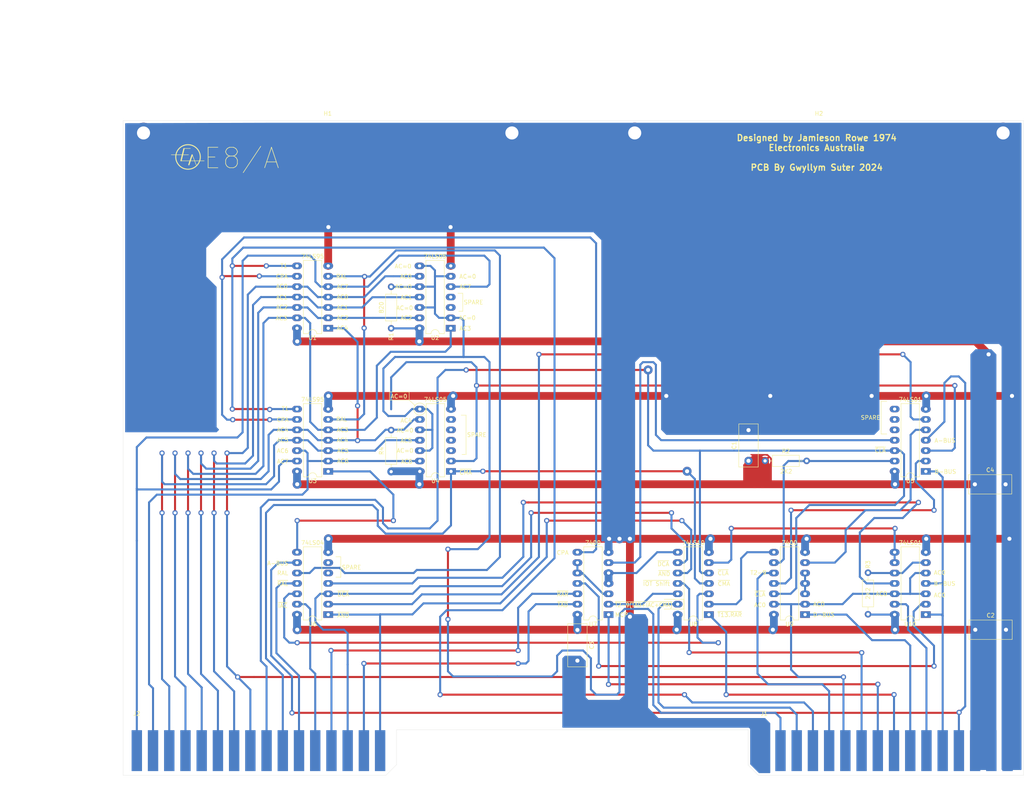
<source format=kicad_pcb>
(kicad_pcb (version 20211014) (generator pcbnew)
  (layers (0 "F.Cu" signal) (31 "B.Cu" signal) (34 "B.Paste" user) (35 "F.Paste" user) (36 "B.SilkS" user "B.Silkscreen") (37 "F.SilkS" user "F.Silkscreen") (38 "B.Mask" user) (39 "F.Mask" user) (44 "Edge.Cuts" user))
  (net 0 "")
  (net 1 "GND")
  (net 2 "+5V")
  (net 3 "A-BUS")
  (net 4 "B-BUS")
  (net 5 "C-BUS")
  (net 6 "D-BUS")
  (net 7 "~{T13.RAR}")
  (net 8 "MCP")
  (net 9 "AC0")
  (net 10 "T2-9")
  (net 11 "T1")
  (net 12 "~{T2-9(TAD+IAC+CMA})")
  (net 13 "AC=0")
  (net 14 "AC7")
  (net 15 "AC6")
  (net 16 "AC5")
  (net 17 "AC4")
  (net 18 "AC3")
  (net 19 "AC2")
  (net 20 "AC1")
  (net 21 "~{CLA}")
  (net 22 "~{CMA}")
  (net 23 "~{RAL}")
  (net 24 "~{IAC}")
  (net 25 "~{RAR}")
  (net 26 "~{DCA}")
  (net 27 "~{TAD}")
  (net 28 "~{AND}")
  (net 29 "Net-(R2-Pad2)")
  (net 30 "Net-(R3-Pad2)")
  (net 31 "Net-(R4-Pad2)")
  (net 32 "RAL")
  (net 33 "CPA")
  (net 34 "Net-(U3-Pad1)")
  (net 35 "Net-(U5-Pad6)")
  (net 36 "Net-(U5-Pad5)")
  (net 37 "Net-(U5-Pad11)")
  (net 38 "Net-(U5-Pad2)")
  (net 39 "Net-(U10-Pad11)")
  (net 40 "Net-(U6-Pad12)")
  (net 42 "Net-(U7-Pad4)")
  (net 43 "Net-(U10-Pad2)")
  (net 44 "Net-(U7-Pad10)")
  (net 45 "Net-(U7-Pad2)")
  (net 46 "Net-(U8-Pad2)")
  (net 47 "Net-(U10-Pad8)")
  (net 48 "Net-(U9-Pad3)")
  (net 50 "~{IOT_Shift}")
  (footprint "EDUC-8:EA_Symbol" (layer "F.Cu") (at 109.375 66.82)
    (fp_text reference "REF**" hide)
    (fp_text value "EA_Symbol" hide)
  )
  (footprint "Capacitor_THT:C_Rect_L10.3mm_W4.5mm_P7.50mm_MKS4" (layer "F.Cu") (at 246.3 141.1 90)
    (fp_text reference "C1")
    (fp_text value "47nF")
  )
  (footprint "Capacitor_THT:C_Rect_L10.3mm_W4.5mm_P7.50mm_MKS4" (layer "F.Cu") (at 301.6 146.85)
    (fp_text reference "C4")
    (fp_text value "47nF")
  )
  (footprint "Connector_PCBEdge:PCB_16pin" (layer "F.Cu") (at 246.1632 217.892)
    (fp_text reference "J1")
    (fp_text value "16-way-pcb-edge-Educ-8-connectors")
  )
  (footprint "Resistor_THT:R_Axial_DIN0207_L6.3mm_D2.5mm_P10.16mm_Horizontal" (layer "F.Cu") (at 159 98.55 -90)
    (fp_text reference "R1")
    (fp_text value "820")
  )
  (footprint "Resistor_THT:R_Axial_DIN0207_L6.3mm_D2.5mm_P10.16mm_Horizontal" (layer "F.Cu") (at 250.345 141.115)
    (fp_text reference "R2")
    (fp_text value "2K2")
  )
  (footprint "Resistor_THT:R_Axial_DIN0207_L6.3mm_D2.5mm_P10.16mm_Horizontal" (layer "F.Cu") (at 275.5 178.61 90)
    (fp_text reference "R3")
    (fp_text value "2K2")
  )
  (footprint "Resistor_THT:R_Axial_DIN0207_L6.3mm_D2.5mm_P10.16mm_Horizontal" (layer "F.Cu") (at 159 143.75 90)
    (fp_text reference "R4")
    (fp_text value "2K2")
  )
  (footprint "Package_DIP:DIP-14_W7.62mm_LongPads" (layer "F.Cu") (at 143.62 108.69 180)
    (fp_text reference "U1")
    (fp_text value "74LS95")
  )
  (footprint "Package_DIP:DIP-14_W7.62mm_LongPads" (layer "F.Cu") (at 173.55 108.69 180)
    (fp_text reference "U2")
    (fp_text value "74LS05")
  )
  (footprint "Package_DIP:DIP-14_W7.62mm_LongPads" (layer "F.Cu") (at 143.62 143.69 180)
    (fp_text reference "U3")
    (fp_text value "74LS95")
  )
  (footprint "Package_DIP:DIP-14_W7.62mm_LongPads" (layer "F.Cu") (at 173.62 143.69 180)
    (fp_text reference "U4")
    (fp_text value "74LS05")
  )
  (footprint "Package_DIP:DIP-14_W7.62mm_LongPads" (layer "F.Cu") (at 289.62 143.69 180)
    (fp_text reference "U5")
    (fp_text value "74LS01")
  )
  (footprint "Package_DIP:DIP-14_W7.62mm_LongPads" (layer "F.Cu") (at 143.62 178.69 180)
    (fp_text reference "U6")
    (fp_text value "74LS04")
  )
  (footprint "Package_DIP:DIP-14_W7.62mm_LongPads" (layer "F.Cu") (at 212.12 178.69 180)
    (fp_text reference "U7")
    (fp_text value "7400")
  )
  (footprint "Package_DIP:DIP-14_W7.62mm_LongPads" (layer "F.Cu") (at 236.62 178.69 180)
    (fp_text reference "U8")
    (fp_text value "74LS10")
  )
  (footprint "Package_DIP:DIP-14_W7.62mm_LongPads" (layer "F.Cu") (at 260.12 178.69 180)
    (fp_text reference "U9")
    (fp_text value "7400")
  )
  (footprint "Package_DIP:DIP-14_W7.62mm_LongPads" (layer "F.Cu") (at 289.62 178.69 180)
    (fp_text reference "U10")
    (fp_text value "74LS01")
  )
  (footprint "Connector_PCBEdge:PCB_16pin" (layer "F.Cu") (at 92.8768 217.892)
    (fp_text reference "J2")
    (fp_text value "16-way-pcb-edge-Educ-8-connectors")
  )
  (footprint "Capacitor_THT:C_Rect_L10.3mm_W4.5mm_P7.50mm_MKS4" (layer "F.Cu") (at 301.7 182.4)
    (fp_text reference "C2")
    (fp_text value "47nF")
  )
  (footprint "Capacitor_THT:C_Rect_L10.3mm_W4.5mm_P7.50mm_MKS4" (layer "F.Cu") (at 204.5 182.45 -90)
    (fp_text reference "C3")
    (fp_text value "47nF")
  )
  (footprint "EDUC-8:Card_handle" (layer "F.Cu") (at 143.5 60.95)
    (fp_text reference "H1")
    (fp_text value "Card_handle")
  )
  (footprint "EDUC-8:Card_handle" (layer "F.Cu") (at 263.5 60.95)
    (fp_text reference "H2")
    (fp_text value "Card_handle")
  )
  (gr_line (start 225.9 177.35) (end 225.7 177.35) (layer "F.SilkS") (width 0.12))
  (gr_line (start 278.7 126.55) (end 278.7 134.55) (layer "F.SilkS") (width 0.12))
  (gr_line (start 158.6 126.25) (end 163.4 126.25) (layer "F.SilkS") (width 0.12))
  (gr_line (start 230.5 177.35) (end 225.9 177.35) (layer "F.SilkS") (width 0.12))
  (gr_line (start 278.7 134.55) (end 280.1 134.55) (layer "F.SilkS") (width 0.12))
  (gr_line (start 145.5 164.55) (end 146.7 164.55) (layer "F.SilkS") (width 0.12))
  (gr_line (start 230.5 174.95) (end 230.5 177.35) (layer "F.SilkS") (width 0.12))
  (gr_circle (center 166 128.45) (end 167.3 129.15) (layer "F.SilkS") (width 0.12) (fill none))
  (gr_line (start 163.4 124.25) (end 158.6 124.25) (layer "F.SilkS") (width 0.12))
  (gr_line (start 225.7 174.95) (end 230.5 174.95) (layer "F.SilkS") (width 0.12))
  (gr_line (start 146.7 164.55) (end 146.7 169.55) (layer "F.SilkS") (width 0.12))
  (gr_line (start 177.3 129.95) (end 177.3 139.55) (layer "F.SilkS") (width 0.12))
  (gr_line (start 280.1 126.55) (end 278.7 126.55) (layer "F.SilkS") (width 0.12))
  (gr_line (start 176.1 129.95) (end 177.3 129.95) (layer "F.SilkS") (width 0.12))
  (gr_line (start 146.7 169.55) (end 145.5 169.55) (layer "F.SilkS") (width 0.12))
  (gr_line (start 163.4 126.25) (end 164.9 127.65) (layer "F.SilkS") (width 0.12))
  (gr_line (start 176.5 100.15) (end 176.5 104.55) (layer "F.SilkS") (width 0.12))
  (gr_line (start 177.3 139.55) (end 176.3 139.55) (layer "F.SilkS") (width 0.12))
  (gr_line (start 158.6 124.35) (end 158.6 126.25) (layer "F.SilkS") (width 0.12))
  (gr_line (start 163.4 126.25) (end 163.4 124.25) (layer "F.SilkS") (width 0.12))
  (gr_line (start 176.5 104.55) (end 175.5 104.55) (layer "F.SilkS") (width 0.12))
  (gr_line (start 175.3 100.15) (end 176.5 100.15) (layer "F.SilkS") (width 0.12))
  (gr_line (start 248.65 217.95) (end 313.5 217.95) (layer "Edge.Cuts") (width 0.05))
  (gr_line (start 93.5 217.95) (end 157.75 217.95) (layer "Edge.Cuts") (width 0.05))
  (gr_line (start 313.5 57.95) (end 313.5 217.95) (layer "Edge.Cuts") (width 0.05))
  (gr_line (start 93.5 217.95) (end 93.5 57.95) (layer "Edge.Cuts") (width 0.05))
  (gr_line (start 248.65 217.95) (end 246.2 215.5) (layer "Edge.Cuts") (width 0.05))
  (gr_line (start 246.2 215.5) (end 246.2 215.4) (layer "Edge.Cuts") (width 0.05))
  (gr_line (start 246.2 206.85) (end 246.2 215.4) (layer "Edge.Cuts") (width 0.05))
  (gr_line (start 160.3 206.85) (end 246.2 206.85) (layer "Edge.Cuts") (width 0.05))
  (gr_line (start 93.5 57.95) (end 313.5 57.95) (layer "Edge.Cuts") (width 0.05))
  (gr_line (start 160.3 215.4) (end 160.3 206.85) (layer "Edge.Cuts") (width 0.05))
  (gr_line (start 157.75 217.95) (end 160.3 215.4) (layer "Edge.Cuts") (width 0.05))
  (gr_text "AC=0" (at 160.9 125.35) (layer "F.SilkS") (effects (font (size 1 1))))
  (gr_text "~{AND}" (at 225.7 168.75) (layer "F.SilkS") (effects (font (size 1 1))))
  (gr_text "AC0" (at 278.793 173.627) (layer "F.SilkS") (effects (font (size 1 1))))
  (gr_text "AC0" (at 147.1 101.05) (layer "F.SilkS") (effects (font (size 1 1))))
  (gr_text "AC2" (at 162.7 106.15) (layer "F.SilkS") (effects (font (size 1 1))))
  (gr_text "AC=0" (at 162.3 103.75) (layer "F.SilkS") (effects (font (size 1 1))))
  (gr_text "~{IOT Shift}" (at 223.8 171.15) (layer "F.SilkS") (effects (font (size 1 1))))
  (gr_text "Designed by Jamieson Rowe 1974\nElectronics Australia\n\nPCB By Gwyllym Suter 2024\n" (at 262.965 65.78) (layer "F.SilkS") (effects (font (size 1.5 1.5) (thickness 0.3))))
  (gr_text "D-BUS" (at 264.7 178.75) (layer "F.SilkS") (effects (font (size 1 1))))
  (gr_text "CPA" (at 200.9 163.55) (layer "F.SilkS") (effects (font (size 1 1))))
  (gr_text "~{CLA}" (at 240.1 168.55) (layer "F.SilkS") (effects (font (size 1 1))))
  (gr_text "AC7" (at 147.1 98.55) (layer "F.SilkS") (effects (font (size 1 1))))
  (gr_text "SPARE" (at 179.1 102.35) (layer "F.SilkS") (effects (font (size 1 1))))
  (gr_text "~{CLA}" (at 249.1 173.75) (layer "F.SilkS") (effects (font (size 1 1))))
  (gr_text "RAL" (at 146.9 96.05) (layer "F.SilkS") (effects (font (size 1 1))))
  (gr_text "~{T2-9(TAD+IAC+CMA)}" (at 220.7 176.35) (layer "F.SilkS") (effects (font (size 1 0.9))))
  (gr_text "AC1" (at 162.7 101.15) (layer "F.SilkS") (effects (font (size 1 1))))
  (gr_text "T2-9" (at 248.7 168.45) (layer "F.SilkS") (effects (font (size 1 1))))
  (gr_text "AC3" (at 147.1 133.55) (layer "F.SilkS") (effects (font (size 1 1))))
  (gr_text "~{AND}" (at 147.3 178.95) (layer "F.SilkS") (effects (font (size 1 1))))
  (gr_text "AC=0" (at 177.6 106.15) (layer "F.SilkS") (effects (font (size 1 1))))
  (gr_text "AC0" (at 293 168.45) (layer "F.SilkS") (effects (font (size 1 1))))
  (gr_text "AC5" (at 162.7 136.15) (layer "F.SilkS") (effects (font (size 1 1))))
  (gr_text "~{CMA}\n" (at 240.3 171.15) (layer "F.SilkS") (effects (font (size 1 1))))
  (gr_text "~{TAD}" (at 200.9 176.35) (layer "F.SilkS") (effects (font (size 1 1))))
  (gr_text "CPA" (at 132.5 131.05) (layer "F.SilkS") (effects (font (size 1 1))))
  (gr_text "SPARE" (at 149.3 167.15) (layer "F.SilkS") (effects (font (size 1 1))))
  (gr_text "AC1" (at 132.3 101.15) (layer "F.SilkS") (effects (font (size 1 1))))
  (gr_text "AC6" (at 132.5 138.65) (layer "F.SilkS") (effects (font (size 1 1))))
  (gr_text "B-BUS" (at 294.4 143.75) (layer "F.SilkS") (effects (font (size 1 1))))
  (gr_text "~{RAL}" (at 132.5 171.15) (layer "F.SilkS") (effects (font (size 1 1))))
  (gr_text "~{CLA}" (at 278.5 138.55) (layer "F.SilkS") (effects (font (size 1 1))))
  (gr_text "AC3" (at 177.1 108.75) (layer "F.SilkS") (effects (font (size 1 1))))
  (gr_text "~{IAC}" (at 132.5 176.55) (layer "F.SilkS") (effects (font (size 1 1))))
  (gr_text "AC4" (at 147.1 108.65) (layer "F.SilkS") (effects (font (size 1 1))))
  (gr_text "~{DCA}" (at 225.5 166.35) (layer "F.SilkS") (effects (font (size 1 1))))
  (gr_text "AC=0" (at 161.9 93.55) (layer "F.SilkS") (effects (font (size 1 1))))
  (gr_text "AC0" (at 293 173.95) (layer "F.SilkS") (effects (font (size 1 1))))
  (gr_text "RAL" (at 146.9 130.95) (layer "F.SilkS") (effects (font (size 1 1))))
  (gr_text "E8/A" (at 122.5 67.15) (layer "F.SilkS") (effects (font (size 5 5))))
  (gr_text "AC=0" (at 177.7 96.05) (layer "F.SilkS") (effects (font (size 1 1))))
  (gr_text "T1" (at 133.1 128.35) (layer "F.SilkS") (effects (font (size 1 1))))
  (gr_text "AC2" (at 132.3 103.55) (layer "F.SilkS") (effects (font (size 1 1))))
  (gr_text "A-BUS" (at 294.3 136.15) (layer "F.SilkS") (effects (font (size 1 1))))
  (gr_text "B-BUS" (at 294.2 171.125) (layer "F.SilkS") (effects (font (size 1 1))))
  (gr_text "AC1" (at 147.1 103.65) (layer "F.SilkS") (effects (font (size 1 1))))
  (gr_text "AC=0" (at 162 98.55) (layer "F.SilkS") (effects (font (size 1 1))))
  (gr_text "AC3" (at 132.2 106.25) (layer "F.SilkS") (effects (font (size 1 1))))
  (gr_text "AC=0" (at 162.39 138.62) (layer "F.SilkS") (effects (font (size 1 1))))
  (gr_text "~{CMA}" (at 177.2 143.95) (layer "F.SilkS") (effects (font (size 1 1))))
  (gr_text "~{T13.RAR}\n" (at 241.7 178.75) (layer "F.SilkS") (effects (font (size 1 1))))
  (gr_text "AC4" (at 147.1 136.05) (layer "F.SilkS") (effects (font (size 1 1))))
  (gr_text "~{RAR}\n" (at 200.9 173.75) (layer "F.SilkS") (effects (font (size 1 1))))
  (gr_text "CPA" (at 132.3 96.05) (layer "F.SilkS") (effects (font (size 1 1))))
  (gr_text "A-BUS" (at 131.3 166.15) (layer "F.SilkS") (effects (font (size 1 1))))
  (gr_text "SPARE" (at 276.1 130.55) (layer "F.SilkS") (effects (font (size 1 1))))
  (gr_text "AC0" (at 249.1 176.35) (layer "F.SilkS") (effects (font (size 1 1))))
  (gr_text "AC4" (at 132.5 133.55) (layer "F.SilkS") (effects (font (size 1 1))))
  (gr_text "AC0" (at 162.6 96.05) (layer "F.SilkS") (effects (font (size 1 1))))
  (gr_text "MCP" (at 215.3 178.75) (layer "F.SilkS") (effects (font (size 1 1))))
  (gr_text "AC2" (at 147.1 106.15) (layer "F.SilkS") (effects (font (size 1 1))))
  (gr_text "SPARE" (at 179.9 134.75) (layer "F.SilkS") (effects (font (size 1 1))))
  (gr_text "AC5" (at 132.5 136.05) (layer "F.SilkS") (effects (font (size 1 1))))
  (gr_text "AC5" (at 147.2 138.65) (layer "F.SilkS") (effects (font (size 1 1))))
  (gr_text "AC6" (at 147.2 141.15) (layer "F.SilkS") (effects (font (size 1 1))))
  (gr_text "~{DCA}" (at 147.3 173.75) (layer "F.SilkS") (effects (font (size 1 1))))
  (gr_text "RAL" (at 132.5 168.55) (layer "F.SilkS") (effects (font (size 1 1))))
  (gr_text "AC=0" (at 162.39 133.66) (layer "F.SilkS") (effects (font (size 1 1))))
  (gr_text "AC7" (at 177.1 98.55) (layer "F.SilkS") (effects (font (size 1 1))))
  (gr_text "AC7" (at 132.5 141.25) (layer "F.SilkS") (effects (font (size 1 1))))
  (gr_text "AC4" (at 162.7 131.25) (layer "F.SilkS") (effects (font (size 1 1))))
  (gr_text "AC0" (at 132.3 98.45) (layer "F.SilkS") (effects (font (size 1 1))))
  (gr_text "AC6" (at 162.8 141.25) (layer "F.SilkS") (effects (font (size 1 1))))
  (gr_text "AC0" (at 263.5 176.15) (layer "F.SilkS") (effects (font (size 1 1))))
  (gr_text "T1" (at 132.8 93.45) (layer "F.SilkS") (effects (font (size 1 1))))
  (segment (start 217.325 160.165) (end 260.505 160.165) (width 1.905) (layer "F.Cu") (net 1))
  (segment (start 276.38 125.24) (end 289.715 125.24) (width 1.905) (layer "F.Cu") (net 1))
  (segment (start 269.395 125.24) (end 276.38 125.24) (width 1.905) (layer "F.Cu") (net 1))
  (segment (start 263.045 125.24) (end 269.395 125.24) (width 1.905) (layer "F.Cu") (net 1))
  (segment (start 257.33 125.24) (end 263.045 125.24) (width 1.905) (layer "F.Cu") (net 1))
  (segment (start 251.615 125.24) (end 257.33 125.24) (width 1.905) (layer "F.Cu") (net 1))
  (segment (start 244.63 125.24) (end 251.615 125.24) (width 1.905) (layer "F.Cu") (net 1))
  (segment (start 238.28 125.24) (end 244.63 125.24) (width 1.905) (layer "F.Cu") (net 1))
  (segment (start 235.74 125.24) (end 237.01 125.24) (width 1.905) (layer "F.Cu") (net 1))
  (segment (start 226.215 125.24) (end 230.66 125.24) (width 1.905) (layer "F.Cu") (net 1))
  (segment (start 230.66 125.24) (end 235.74 125.24) (width 1.905) (layer "F.Cu") (net 1))
  (segment (start 214.785 160.165) (end 217.325 160.165) (width 1.905) (layer "F.Cu") (net 1))
  (segment (start 289.715 125.24) (end 310.67 125.24) (width 1.905) (layer "F.Cu") (net 1))
  (segment (start 260.505 160.165) (end 289.715 160.165) (width 1.905) (layer "F.Cu") (net 1))
  (segment (start 237.01 125.24) (end 238.28 125.24) (width 1.905) (layer "F.Cu") (net 1))
  (segment (start 237.17 125.4) (end 237.01 125.24) (width 1.905) (layer "F.Cu") (net 1))
  (segment (start 143.665 125.24) (end 226.215 125.24) (width 1.905) (layer "F.Cu") (net 1))
  (segment (start 143.62 93.45) (end 143.62 84.01) (width 1.905) (layer "F.Cu") (net 1))
  (segment (start 173.55 84.005) (end 173.51 83.965) (width 1.905) (layer "F.Cu") (net 1))
  (segment (start 289.715 160.165) (end 310.035 160.165) (width 1.905) (layer "F.Cu") (net 1))
  (segment (start 217.325 160.165) (end 217.325 179.215) (width 1.905) (layer "F.Cu") (net 1))
  (segment (start 173.55 93.45) (end 173.55 84.005) (width 1.905) (layer "F.Cu") (net 1))
  (segment (start 143.62 84.01) (end 143.665 83.965) (width 1.905) (layer "F.Cu") (net 1))
  (segment (start 143.665 160.165) (end 214.785 160.165) (width 1.905) (layer "F.Cu") (net 1))
  (via (at 214.785 160.165) (size 2.2) (drill 1) (layers "F.Cu" "B.Cu") (net 1))
  (via (at 310.035 160.165) (size 2.2) (drill 1) (layers "F.Cu" "B.Cu") (net 1))
  (via (at 276.38 125.24) (size 2.2) (drill 1) (layers "F.Cu" "B.Cu") (net 1))
  (via (at 217.325 179.215) (size 2.2) (drill 1) (layers "F.Cu" "B.Cu") (net 1))
  (via (at 143.665 160.165) (size 2.2) (drill 1) (layers "F.Cu" "B.Cu") (net 1))
  (via (at 174.145 125.24) (size 2.2) (drill 1) (layers "F.Cu" "B.Cu") (net 1))
  (via (at 212.245 160.165) (size 2.2) (drill 1) (layers "F.Cu" "B.Cu") (net 1))
  (via (at 226.215 125.24) (size 2.2) (drill 1) (layers "F.Cu" "B.Cu") (net 1))
  (via (at 143.665 125.24) (size 2.2) (drill 1) (layers "F.Cu" "B.Cu") (net 1))
  (via (at 289.715 125.24) (size 2.2) (drill 1) (layers "F.Cu" "B.Cu") (net 1))
  (via (at 260.505 160.165) (size 2.2) (drill 1) (layers "F.Cu" "B.Cu") (net 1))
  (via (at 143.665 83.965) (size 2.2) (drill 1) (layers "F.Cu" "B.Cu") (net 1))
  (via (at 310.67 125.24) (size 2.2) (drill 1) (layers "F.Cu" "B.Cu") (net 1))
  (via (at 173.51 83.965) (size 2.2) (drill 1) (layers "F.Cu" "B.Cu") (net 1))
  (via (at 217.325 160.165) (size 2.2) (drill 1) (layers "F.Cu" "B.Cu") (net 1))
  (via (at 289.715 160.165) (size 2.2) (drill 1) (layers "F.Cu" "B.Cu") (net 1))
  (via (at 237.01 160.165) (size 2.2) (drill 1) (layers "F.Cu" "B.Cu") (net 1))
  (via (at 251.615 125.24) (size 2.2) (drill 1) (layers "F.Cu" "B.Cu") (net 1))
  (segment (start 289.715 125.24) (end 289.715 128.355) (width 1.905) (layer "B.Cu") (net 1))
  (segment (start 143.62 163.45) (end 143.62 160.21) (width 1.905) (layer "B.Cu") (net 1))
  (segment (start 173.62 125.765) (end 174.145 125.24) (width 1.905) (layer "B.Cu") (net 1))
  (segment (start 236.62 160.555) (end 237.01 160.165) (width 1.905) (layer "B.Cu") (net 1))
  (segment (start 311.59 211.95) (end 309.5864 211.95) (width 1.905) (layer "B.Cu") (net 1))
  (segment (start 173.62 128.45) (end 173.62 125.765) (width 1.905) (layer "B.Cu") (net 1))
  (segment (start 260.12 160.55) (end 260.505 160.165) (width 1.905) (layer "B.Cu") (net 1))
  (segment (start 289.715 160.165) (end 289.715 163.355) (width 1.905) (layer "B.Cu") (net 1))
  (segment (start 289.715 128.355) (end 289.62 128.45) (width 1.905) (layer "B.Cu") (net 1))
  (segment (start 236.62 163.45) (end 236.62 160.555) (width 1.905) (layer "B.Cu") (net 1))
  (segment (start 143.62 125.285) (end 143.665 125.24) (width 1.905) (layer "B.Cu") (net 1))
  (segment (start 309.5864 211.95) (end 309.5864 204.1664) (width 1.905) (layer "B.Cu") (net 1))
  (segment (start 212.12 160.29) (end 212.245 160.165) (width 1.905) (layer "B.Cu") (net 1))
  (segment (start 143.62 128.45) (end 143.62 125.285) (width 1.905) (layer "B.Cu") (net 1))
  (segment (start 212.12 163.45) (end 212.12 160.29) (width 1.905) (layer "B.Cu") (net 1))
  (segment (start 289.715 163.355) (end 289.62 163.45) (width 1.905) (layer "B.Cu") (net 1))
  (segment (start 143.62 160.21) (end 143.665 160.165) (width 1.905) (layer "B.Cu") (net 1))
  (segment (start 260.12 163.45) (end 260.12 160.55) (width 1.905) (layer "B.Cu") (net 1))
  (segment (start 136.045 111.905) (end 165.89 111.905) (width 1.905) (layer "F.Cu") (net 2))
  (segment (start 203.99 182.39) (end 228.755 182.39) (width 1.905) (layer "F.Cu") (net 2))
  (segment (start 247.17 146.195) (end 247.805 146.83) (width 1.905) (layer "F.Cu") (net 2))
  (segment (start 246.435 141.115) (end 250.345 141.115) (width 1.905) (layer "F.Cu") (net 2))
  (segment (start 249.71 146.83) (end 282.095 146.83) (width 1.905) (layer "F.Cu") (net 2))
  (segment (start 282.095 182.39) (end 301.69 182.39) (width 1.905) (layer "F.Cu") (net 2))
  (segment (start 282.095 146.83) (end 301.58 146.83) (width 1.905) (layer "F.Cu") (net 2))
  (segment (start 250.345 141.115) (end 250.345 146.195) (width 1.905) (layer "F.Cu") (net 2))
  (segment (start 165.89 111.905) (end 243.36 111.905) (width 1.905) (layer "F.Cu") (net 2))
  (segment (start 301.69 182.39) (end 301.7 182.4) (width 1.905) (layer "F.Cu") (net 2))
  (segment (start 246.3 141.21) (end 246.3 146.29) (width 1.905) (layer "F.Cu") (net 2))
  (segment (start 136.045 182.39) (end 203.99 182.39) (width 1.905) (layer "F.Cu") (net 2))
  (segment (start 301.78 111.905) (end 304.955 115.08) (width 1.905) (layer "F.Cu") (net 2))
  (segment (start 228.755 182.39) (end 282.095 182.39) (width 1.905) (layer "F.Cu") (net 2))
  (segment (start 250.345 146.195) (end 249.71 146.83) (width 1.905) (layer "F.Cu") (net 2))
  (segment (start 301.58 146.83) (end 301.6 146.85) (width 1.905) (layer "F.Cu") (net 2))
  (segment (start 246.3 141.25) (end 246.435 141.115) (width 1.905) (layer "F.Cu") (net 2))
  (segment (start 165.89 146.83) (end 247.805 146.83) (width 1.905) (layer "F.Cu") (net 2))
  (segment (start 247.805 146.83) (end 249.71 146.83) (width 1.905) (layer "F.Cu") (net 2))
  (segment (start 243.36 111.905) (end 301.78 111.905) (width 1.905) (layer "F.Cu") (net 2))
  (segment (start 136.045 146.83) (end 165.89 146.83) (width 1.905) (layer "F.Cu") (net 2))
  (via (at 282.095 182.39) (size 2.2) (drill 1) (layers "F.Cu" "B.Cu") (net 2))
  (via (at 228.755 182.39) (size 2.2) (drill 1) (layers "F.Cu" "B.Cu") (net 2))
  (via (at 304.955 115.08) (size 2.2) (drill 1) (layers "F.Cu" "B.Cu") (net 2))
  (via (at 252.25 182.39) (size 2.2) (drill 1) (layers "F.Cu" "B.Cu") (net 2))
  (via (at 136.045 146.83) (size 2.2) (drill 1) (layers "F.Cu" "B.Cu") (net 2))
  (via (at 282.095 146.83) (size 2.2) (drill 1) (layers "F.Cu" "B.Cu") (net 2))
  (via (at 136.045 182.39) (size 2.2) (drill 1) (layers "F.Cu" "B.Cu") (net 2))
  (via (at 165.89 111.905) (size 2.2) (drill 1) (layers "F.Cu" "B.Cu") (net 2))
  (via (at 136.045 111.905) (size 2.2) (drill 1) (layers "F.Cu" "B.Cu") (net 2))
  (via (at 165.89 146.83) (size 2.2) (drill 1) (layers "F.Cu" "B.Cu") (net 2))
  (segment (start 165.965 143.655) (end 166 143.69) (width 1.905) (layer "B.Cu") (net 2))
  (segment (start 159 108.71) (end 159.02 108.73) (width 0.5) (layer "B.Cu") (net 2))
  (segment (start 282.095 182.39) (end 282.095 178.785) (width 1.905) (layer "B.Cu") (net 2))
  (segment (start 165.89 146.83) (end 165.89 143.8) (width 1.905) (layer "B.Cu") (net 2))
  (segment (start 136 108.69) (end 136 111.86) (width 1.905) (layer "B.Cu") (net 2))
  (segment (start 229 178.69) (end 229 182.145) (width 1.905) (layer "B.Cu") (net 2))
  (segment (start 159 143.75) (end 159.095 143.655) (width 1.905) (layer "B.Cu") (net 2))
  (segment (start 136 182.345) (end 136.045 182.39) (width 1.905) (layer "B.Cu") (net 2))
  (segment (start 159.095 143.655) (end 165.965 143.655) (width 1.905) (layer "B.Cu") (net 2))
  (segment (start 165.89 143.8) (end 166 143.69) (width 1.905) (layer "B.Cu") (net 2))
  (segment (start 282.095 143.785) (end 282 143.69) (width 1.905) (layer "B.Cu") (net 2))
  (segment (start 159.02 108.73) (end 165.89 108.73) (width 0.5) (layer "B.Cu") (net 2))
  (segment (start 301.6616 118.3734) (end 304.955 115.08) (width 1.905) (layer "B.Cu") (net 2))
  (segment (start 252.5 182.14) (end 252.25 182.39) (width 1.905) (layer "B.Cu") (net 2))
  (segment (start 136 178.69) (end 136 182.345) (width 1.905) (layer "B.Cu") (net 2))
  (segment (start 165.93 111.865) (end 165.89 111.905) (width 1.905) (layer "B.Cu") (net 2))
  (segment (start 301.6616 211.95) (end 301.6616 118.3734) (width 1.905) (layer "B.Cu") (net 2))
  (segment (start 136 143.69) (end 136 146.785) (width 1.905) (layer "B.Cu") (net 2))
  (segment (start 275.58 178.69) (end 275.5 178.61) (width 0.5) (layer "B.Cu") (net 2))
  (segment (start 165.89 108.73) (end 165.93 108.69) (width 0.5) (layer "B.Cu") (net 2))
  (segment (start 229 182.145) (end 228.755 182.39) (width 1.905) (layer "B.Cu") (net 2))
  (segment (start 252.5 178.69) (end 252.5 182.14) (width 1.905) (layer "B.Cu") (net 2))
  (segment (start 136 146.785) (end 136.045 146.83) (width 1.905) (layer "B.Cu") (net 2))
  (segment (start 204.5 178.69) (end 204.5 181.88) (width 1.905) (layer "B.Cu") (net 2))
  (segment (start 282 178.69) (end 275.58 178.69) (width 0.5) (layer "B.Cu") (net 2))
  (segment (start 304.955 211.281) (end 305.624 211.95) (width 1.905) (layer "B.Cu") (net 2))
  (segment (start 136 111.86) (end 136.045 111.905) (width 1.905) (layer "B.Cu") (net 2))
  (segment (start 282.095 146.83) (end 282.095 143.785) (width 1.905) (layer "B.Cu") (net 2))
  (segment (start 165.93 108.69) (end 165.93 111.865) (width 1.905) (layer "B.Cu") (net 2))
  (segment (start 282.095 178.785) (end 282 178.69) (width 1.905) (layer "B.Cu") (net 2))
  (segment (start 134.775 202.71) (end 297.64 202.71) (width 0.5) (layer "F.Cu") (net 3))
  (segment (start 297.64 202.71) (end 297.75 202.6) (width 0.5) (layer "F.Cu") (net 3))
  (via (at 134.775 202.71) (size 1.27) (drill 0.7) (layers "F.Cu" "B.Cu") (net 3))
  (via (at 297.75 202.6) (size 1.27) (drill 0.7) (layers "F.Cu" "B.Cu") (net 3))
  (segment (start 299.24 201.11) (end 297.75 202.6) (width 0.5) (layer "B.Cu") (net 3))
  (segment (start 295.7475 120.4775) (end 297.6525 120.4775) (width 0.5) (layer "B.Cu") (net 3))
  (segment (start 297.6992 211.95) (end 297.6992 202.6508) (width 0.5) (layer "B.Cu") (net 3))
  (segment (start 131.49 165.99) (end 136 165.99) (width 0.5) (layer "B.Cu") (net 3))
  (segment (start 297.6992 202.6508) (end 297.75 202.6) (width 0.5) (layer "B.Cu") (net 3))
  (segment (start 289.62 136.07) (end 294.16 131.53) (width 0.5) (layer "B.Cu") (net 3))
  (segment (start 129.695 188.74) (end 129.695 167.785) (width 0.5) (layer "B.Cu") (net 3))
  (segment (start 134.775 193.82) (end 129.695 188.74) (width 0.5) (layer "B.Cu") (net 3))
  (segment (start 294.16 122.065) (end 295.7475 120.4775) (width 0.5) (layer "B.Cu") (net 3))
  (segment (start 134.775 202.71) (end 134.775 193.82) (width 0.5) (layer "B.Cu") (net 3))
  (segment (start 297.6525 120.4775) (end 299.24 122.065) (width 0.5) (layer "B.Cu") (net 3))
  (segment (start 129.695 167.785) (end 131.49 165.99) (width 0.5) (layer "B.Cu") (net 3))
  (segment (start 299.24 122.065) (end 299.24 201.11) (width 0.5) (layer "B.Cu") (net 3))
  (segment (start 294.16 131.53) (end 294.16 122.065) (width 0.5) (layer "B.Cu") (net 3))
  (segment (start 293.635 171.07) (end 293.7368 171.1718) (width 0.5) (layer "B.Cu") (net 4))
  (segment (start 293.415 178.69) (end 293.7368 179.0118) (width 0.5) (layer "B.Cu") (net 4))
  (segment (start 289.62 171.07) (end 293.635 171.07) (width 0.5) (layer "B.Cu") (net 4))
  (segment (start 293.7368 179.0118) (end 293.7368 211.95) (width 0.5) (layer "B.Cu") (net 4))
  (segment (start 289.62 178.69) (end 293.415 178.69) (width 0.5) (layer "B.Cu") (net 4))
  (segment (start 293.7368 145.1368) (end 292.29 143.69) (width 0.5) (layer "B.Cu") (net 4))
  (segment (start 293.7368 171.1718) (end 293.7368 145.1368) (width 0.5) (layer "B.Cu") (net 4))
  (segment (start 293.7368 179.0118) (end 293.7368 171.1718) (width 0.5) (layer "B.Cu") (net 4))
  (segment (start 292.29 143.69) (end 289.62 143.69) (width 0.5) (layer "B.Cu") (net 4))
  (segment (start 284.745 176.15) (end 285.27 176.675) (width 0.5) (layer "B.Cu") (net 5))
  (segment (start 282 176.15) (end 284.745 176.15) (width 0.5) (layer "B.Cu") (net 5))
  (segment (start 285.27 176.675) (end 285.27 182.39) (width 0.5) (layer "B.Cu") (net 5))
  (segment (start 285.27 182.39) (end 289.7744 186.8944) (width 0.5) (layer "B.Cu") (net 5))
  (segment (start 289.7744 211.95) (end 289.7744 187.4106) (width 0.5) (layer "B.Cu") (net 5))
  (segment (start 289.7744 186.8944) (end 289.7744 187.4106) (width 0.5) (layer "B.Cu") (net 5))
  (segment (start 270.24 178.69) (end 260.12 178.69) (width 0.5) (layer "B.Cu") (net 6))
  (segment (start 284.5 184.95) (end 276.5 184.95) (width 0.5) (layer "B.Cu") (net 6))
  (segment (start 285.812 211.95) (end 285.812 186.262) (width 0.5) (layer "B.Cu") (net 6))
  (segment (start 285.812 186.262) (end 284.5 184.95) (width 0.5) (layer "B.Cu") (net 6))
  (segment (start 276.5 184.95) (end 270.24 178.69) (width 0.5) (layer "B.Cu") (net 6))
  (segment (start 281.835 198.265) (end 240.865 198.265) (width 0.5) (layer "F.Cu") (net 7))
  (segment (start 240.865 198.265) (end 240.85 198.25) (width 0.5) (layer "F.Cu") (net 7))
  (segment (start 281.85 198.25) (end 281.835 198.265) (width 0.5) (layer "F.Cu") (net 7))
  (via (at 281.85 198.25) (size 1.27) (drill 0.7) (layers "F.Cu" "B.Cu") (net 7))
  (via (at 240.85 198.25) (size 1.27) (drill 0.7) (layers "F.Cu" "B.Cu") (net 7))
  (segment (start 240.85 182.92) (end 240.85 198.25) (width 0.5) (layer "B.Cu") (net 7))
  (segment (start 236.62 178.69) (end 240.85 182.92) (width 0.5) (layer "B.Cu") (net 7))
  (segment (start 281.8496 198.2504) (end 281.85 198.25) (width 0.5) (layer "B.Cu") (net 7))
  (segment (start 281.8496 211.95) (end 281.8496 198.2504) (width 0.5) (layer "B.Cu") (net 7))
  (segment (start 212.1 195.75) (end 212.125 195.725) (width 0.5) (layer "F.Cu") (net 8))
  (segment (start 212.125 195.725) (end 277.9 195.725) (width 0.5) (layer "F.Cu") (net 8))
  (via (at 212.1 195.75) (size 1.27) (drill 0.7) (layers "F.Cu" "B.Cu") (net 8))
  (via (at 277.9 195.725) (size 1.27) (drill 0.7) (layers "F.Cu" "B.Cu") (net 8))
  (segment (start 277.8872 211.95) (end 277.8872 195.7378) (width 0.5) (layer "B.Cu") (net 8))
  (segment (start 277.8872 195.7378) (end 277.9 195.725) (width 0.5) (layer "B.Cu") (net 8))
  (segment (start 212.12 195.73) (end 212.1 195.75) (width 0.5) (layer "B.Cu") (net 8))
  (segment (start 212.12 178.69) (end 212.12 195.73) (width 0.5) (layer "B.Cu") (net 8))
  (segment (start 121.5 193.95) (end 125.5 193.95) (width 0.5) (layer "F.Cu") (net 9))
  (segment (start 125.5 193.95) (end 269.5 193.95) (width 0.5) (layer "F.Cu") (net 9))
  (segment (start 118.9 153.815) (end 118.9 139.21) (width 0.5) (layer "F.Cu") (net 9))
  (via (at 118.9 139.21) (size 1.27) (drill 0.7) (layers "F.Cu" "B.Cu") (net 9))
  (via (at 118.9 153.815) (size 1.27) (drill 0.7) (layers "F.Cu" "B.Cu") (net 9))
  (via (at 269.5 193.95) (size 1.27) (drill 0.7) (layers "F.Cu" "B.Cu") (net 9))
  (via (at 121.5 193.95) (size 1.27) (drill 0.7) (layers "F.Cu" "B.Cu") (net 9))
  (segment (start 256.7 192.15) (end 256.7 176.15) (width 0.5) (layer "B.Cu") (net 9))
  (segment (start 152.48 101.07) (end 157.56 95.99) (width 0.5) (layer "B.Cu") (net 9))
  (segment (start 260.12 176.15) (end 269.285 176.15) (width 0.5) (layer "B.Cu") (net 9))
  (segment (start 124.6008 197.0508) (end 124.6008 211.95) (width 0.5) (layer "B.Cu") (net 9))
  (segment (start 123.98 100.475) (end 125.925 98.53) (width 0.5) (layer "B.Cu") (net 9))
  (segment (start 118.9 139.21) (end 122.71 139.21) (width 0.5) (layer "B.Cu") (net 9))
  (segment (start 118.9 190.55) (end 118.9 191.28) (width 0.5) (layer "B.Cu") (net 9))
  (segment (start 269.285 176.15) (end 271.825 173.61) (width 0.5) (layer "B.Cu") (net 9))
  (segment (start 121.5 193.95) (end 124.6008 197.0508) (width 0.5) (layer "B.Cu") (net 9))
  (segment (start 285.795 169.8) (end 285.795 173.61) (width 0.5) (layer "B.Cu") (net 9))
  (segment (start 121.5 193.95) (end 118.9 191.35) (width 0.5) (layer "B.Cu") (net 9))
  (segment (start 159.55 95.99) (end 165.9 95.99) (width 0.5) (layer "B.Cu") (net 9))
  (segment (start 136 98.53) (end 138.545 98.53) (width 0.5) (layer "B.Cu") (net 9))
  (segment (start 141.125 101.11) (end 141.165 101.07) (width 0.5) (layer "B.Cu") (net 9))
  (segment (start 289.62 168.53) (end 287.065 168.53) (width 0.5) (layer "B.Cu") (net 9))
  (segment (start 256.7 176.15) (end 252.5 176.15) (width 0.5) (layer "B.Cu") (net 9))
  (segment (start 118.9 191.35) (end 118.9 190.55) (width 0.5) (layer "B.Cu") (net 9))
  (segment (start 285.795 173.61) (end 289.62 173.61) (width 0.5) (layer "B.Cu") (net 9))
  (segment (start 125.925 98.53) (end 136 98.53) (width 0.5) (layer "B.Cu") (net 9))
  (segment (start 165.89 96.03) (end 165.93 95.99) (width 0.5) (layer "B.Cu") (net 9))
  (segment (start 258.5 193.95) (end 256.7 192.15) (width 0.5) (layer "B.Cu") (net 9))
  (segment (start 271.825 173.61) (end 282 173.61) (width 0.5) (layer "B.Cu") (net 9))
  (segment (start 138.545 98.53) (end 141.125 101.11) (width 0.5) (layer "B.Cu") (net 9))
  (segment (start 143.62 101.07) (end 152.48 101.07) (width 0.5) (layer "B.Cu") (net 9))
  (segment (start 287.065 168.53) (end 285.795 169.8) (width 0.5) (layer "B.Cu") (net 9))
  (segment (start 269.5 193.95) (end 258.5 193.95) (width 0.5) (layer "B.Cu") (net 9))
  (segment (start 122.71 139.21) (end 123.98 137.94) (width 0.5) (layer "B.Cu") (net 9))
  (segment (start 123.98 137.94) (end 123.98 100.475) (width 0.5) (layer "B.Cu") (net 9))
  (segment (start 282 173.61) (end 285.795 173.61) (width 0.5) (layer "B.Cu") (net 9))
  (segment (start 269.5 211.4876) (end 269.9624 211.95) (width 0.5) (layer "B.Cu") (net 9))
  (segment (start 141.165 101.07) (end 143.62 101.07) (width 0.5) (layer "B.Cu") (net 9))
  (segment (start 269.5 193.95) (end 269.5 211.4876) (width 0.5) (layer "B.Cu") (net 9))
  (segment (start 118.9 153.815) (end 118.9 190.55) (width 0.5) (layer "B.Cu") (net 9))
  (segment (start 260.12 176.15) (end 256.7 176.15) (width 0.5) (layer "B.Cu") (net 9))
  (segment (start 157.56 95.99) (end 159.58 95.99) (width 0.5) (layer "B.Cu") (net 9))
  (segment (start 251.1 195.725) (end 248.5 193.125) (width 0.5) (layer "B.Cu") (net 10))
  (segment (start 264.315 195.725) (end 251.1 195.725) (width 0.5) (layer "B.Cu") (net 10))
  (segment (start 249.92 168.53) (end 252.5 168.53) (width 0.5) (layer "B.Cu") (net 10))
  (segment (start 248.5 169.95) (end 249.92 168.53) (width 0.5) (layer "B.Cu") (net 10))
  (segment (start 266 197.41) (end 264.315 195.725) (width 0.5) (layer "B.Cu") (net 10))
  (segment (start 248.5 193.125) (end 248.5 169.95) (width 0.5) (layer "B.Cu") (net 10))
  (segment (start 266 211.95) (end 266 197.41) (width 0.5) (layer "B.Cu") (net 10))
  (segment (start 129.2395 128.45) (end 129.3395 128.55) (width 0.5) (layer "F.Cu") (net 11))
  (segment (start 230.66 198.265) (end 170.97 198.265) (width 0.5) (layer "F.Cu") (net 11))
  (segment (start 120.2 128.45) (end 129.2395 128.45) (width 0.5) (layer "F.Cu") (net 11))
  (segment (start 120.2 93.45) (end 128.5 93.45) (width 0.5) (layer "F.Cu") (net 11))
  (via (at 120.2 93.45) (size 1.27) (drill 0.7) (layers "F.Cu" "B.Cu") (net 11))
  (via (at 170.97 198.265) (size 1.27) (drill 0.7) (layers "F.Cu" "B.Cu") (net 11))
  (via (at 128.5 93.45) (size 1.27) (drill 0.7) (layers "F.Cu" "B.Cu") (net 11))
  (via (at 129.3395 128.55) (size 1.27) (drill 0.7) (layers "F.Cu" "B.Cu") (net 11))
  (via (at 230.66 198.265) (size 1.27) (drill 0.7) (layers "F.Cu" "B.Cu") (net 11))
  (via (at 120.2 128.45) (size 1.27) (drill 0.7) (layers "F.Cu" "B.Cu") (net 11))
  (segment (start 198.91 91.585) (end 198.91 164.8925) (width 0.5) (layer "B.Cu") (net 11))
  (segment (start 186.175 177.6275) (end 172.5575 177.6275) (width 0.5) (layer "B.Cu") (net 11))
  (segment (start 120.2 91.65) (end 122.86952 88.98048) (width 0.5) (layer "B.Cu") (net 11))
  (segment (start 120.2 93.45) (end 120.2 91.65) (width 0.5) (layer "B.Cu") (net 11))
  (segment (start 170.97 179.215) (end 170.97 198.265) (width 0.5) (layer "B.Cu") (net 11))
  (segment (start 129.4395 128.45) (end 136 128.45) (width 0.5) (layer "B.Cu") (net 11))
  (segment (start 230.66 198.265) (end 232.565 200.17) (width 0.5) (layer "B.Cu") (net 11))
  (segment (start 196.30548 88.98048) (end 198.91 91.585) (width 0.5) (layer "B.Cu") (net 11))
  (segment (start 122.86952 88.98048) (end 196.30548 88.98048) (width 0.5) (layer "B.Cu") (net 11))
  (segment (start 128.5 93.45) (end 136 93.45) (width 0.5) (layer "B.Cu") (net 11))
  (segment (start 120.2 128.45) (end 120.2 93.45) (width 0.5) (layer "B.Cu") (net 11))
  (segment (start 262.0376 202.3376) (end 262.0376 211.95) (width 0.5) (layer "B.Cu") (net 11))
  (segment (start 198.91 164.8925) (end 186.175 177.6275) (width 0.5) (layer "B.Cu") (net 11))
  (segment (start 172.5575 177.6275) (end 170.97 179.215) (width 0.5) (layer "B.Cu") (net 11))
  (segment (start 259.87 200.17) (end 262.0376 202.3376) (width 0.5) (layer "B.Cu") (net 11))
  (segment (start 232.565 200.17) (end 259.87 200.17) (width 0.5) (layer "B.Cu") (net 11))
  (segment (start 129.3395 128.55) (end 129.4395 128.45) (width 0.5) (layer "B.Cu") (net 11))
  (segment (start 258.0752 211.95) (end 258.0752 203.1252) (width 0.5) (layer "B.Cu") (net 12))
  (segment (start 224.31 200.17) (end 224.31 177.31) (width 0.5) (layer "B.Cu") (net 12))
  (segment (start 225.47 176.15) (end 229 176.15) (width 0.5) (layer "B.Cu") (net 12))
  (segment (start 256.39 201.44) (end 225.58 201.44) (width 0.5) (layer "B.Cu") (net 12))
  (segment (start 224.31 177.31) (end 225.47 176.15) (width 0.5) (layer "B.Cu") (net 12))
  (segment (start 258.0752 203.1252) (end 256.39 201.44) (width 0.5) (layer "B.Cu") (net 12))
  (segment (start 225.58 201.44) (end 224.31 200.17) (width 0.5) (layer "B.Cu") (net 12))
  (segment (start 172.875 179.85) (end 172.875 162.705) (width 0.5) (layer "F.Cu") (net 13))
  (via (at 172.875 162.705) (size 1.27) (drill 0.7) (layers "F.Cu" "B.Cu") (net 13))
  (via (at 172.875 179.85) (size 1.27) (drill 0.7) (layers "F.Cu" "B.Cu") (net 13))
  (segment (start 176.685 113.81) (end 176.685 106.825) (width 0.5) (layer "B.Cu") (net 13))
  (segment (start 183.035 116.985) (end 183.035 137.94) (width 0.5) (layer "B.Cu") (net 13))
  (segment (start 157.1 128.95) (end 157.1 118.55) (width 0.5) (layer "B.Cu") (net 13))
  (segment (start 157.1 118.55) (end 159.935 115.715) (width 0.5) (layer "B.Cu") (net 13))
  (segment (start 184.94 193.82) (end 198.275 193.82) (width 0.5) (layer "B.Cu") (net 13))
  (segment (start 169.065 133.495) (end 169.065 137.94) (width 0.5) (layer "B.Cu") (net 13))
  (segment (start 169.7 105.15) (end 169.7 103.65) (width 0.5) (layer "B.Cu") (net 13))
  (segment (start 169.065 137.94) (end 168.395 138.61) (width 0.5) (layer "B.Cu") (net 13))
  (segment (start 169.66 98.53) (end 169.7 98.57) (width 0.5) (layer "B.Cu") (net 13))
  (segment (start 169.065 129.685) (end 169.065 133.495) (width 0.5) (layer "B.Cu") (net 13))
  (segment (start 252.885 202.71) (end 254.1128 203.9378) (width 0.5) (layer "B.Cu") (net 13))
  (segment (start 159 98.55) (end 159.02 98.57) (width 0.5) (layer "B.Cu") (net 13))
  (segment (start 166 128.45) (end 167.83 128.45) (width 0.5) (layer "B.Cu") (net 13))
  (segment (start 167.83 128.45) (end 169.065 129.685) (width 0.5) (layer "B.Cu") (net 13))
  (segment (start 165.89 98.57) (end 165.93 98.53) (width 0.5) (layer "B.Cu") (net 13))
  (segment (start 173.55 95.99) (end 169.74 95.99) (width 0.5) (layer "B.Cu") (net 13))
  (segment (start 165.93 103.61) (end 169.66 103.61) (width 0.5) (layer "B.Cu") (net 13))
  (segment (start 176.685 114.445) (end 176.685 113.81) (width 0.5) (layer "B.Cu") (net 13))
  (segment (start 169.03 133.53) (end 169.065 133.495) (width 0.5) (layer "B.Cu") (net 13))
  (segment (start 169.74 95.99) (end 169.7 96.03) (width 0.5) (layer "B.Cu") (net 13))
  (segment (start 165.93 98.53) (end 169.66 98.53) (width 0.5) (layer "B.Cu") (net 13))
  (segment (start 209.07 198.265) (end 214.15 198.265) (width 0.5) (layer "B.Cu") (net 13))
  (segment (start 183.035 137.94) (end 183.035 144.925) (width 0.5) (layer "B.Cu") (net 13))
  (segment (start 216.055 177.31) (end 221.77 177.31) (width 0.5) (layer "B.Cu") (net 13))
  (segment (start 176.01 106.15) (end 173.55 106.15) (width 0.5) (layer "B.Cu") (net 13))
  (segment (start 180.145 162.705) (end 183.035 159.815) (width 0.5) (layer "B.Cu") (net 13))
  (segment (start 223.04 178.58) (end 223.04 200.805) (width 0.5) (layer "B.Cu") (net 13))
  (segment (start 221.77 177.31) (end 223.04 178.58) (width 0.5) (layer "B.Cu") (net 13))
  (segment (start 158.3 130.15) (end 157.1 128.95) (width 0.5) (layer "B.Cu") (net 13))
  (segment (start 207.8 189.375) (end 207.8 196.995) (width 0.5) (layer "B.Cu") (net 13))
  (segment (start 172.875 192.55) (end 172.875 179.85) (width 0.5) (layer "B.Cu") (net 13))
  (segment (start 184.94 193.82) (end 174.145 193.82) (width 0.5) (layer "B.Cu") (net 13))
  (segment (start 214.785 197.63) (end 214.785 178.58) (width 0.5) (layer "B.Cu") (net 13))
  (segment (start 169.7 103.65) (end 169.7 98.57) (width 0.5) (layer "B.Cu") (net 13))
  (segment (start 165.93 93.45) (end 168.6 93.45) (width 0.5) (layer "B.Cu") (net 13))
  (segment (start 168.395 138.61) (end 166 138.61) (width 0.5) (layer "B.Cu") (net 13))
  (segment (start 172.875 162.705) (end 180.145 162.705) (width 0.5) (layer "B.Cu") (net 13))
  (segment (start 159.935 115.715) (end 176.685 115.715) (width 0.5) (layer "B.Cu") (net 13))
  (segment (start 170.7 106.15) (end 169.7 105.15) (width 0.5) (layer "B.Cu") (net 13))
  (segment (start 164.0925 128.45) (end 162.3925 130.15) (width 0.5) (layer "B.Cu") (net 13))
  (segment (start 198.275 193.82) (end 199.545 192.55) (width 0.5) (layer "B.Cu") (net 13))
  (segment (start 176.685 115.715) (end 181.765 115.715) (width 0.5) (layer "B.Cu") (net 13))
  (segment (start 162.3925 130.15) (end 158.3 130.15) (width 0.5) (layer "B.Cu") (net 13))
  (segment (start 176.685 113.81) (end 176.685 115.715) (width 0.5) (layer "B.Cu") (net 13))
  (segment (start 205.895 187.47) (end 207.8 189.375) (width 0.5) (layer "B.Cu") (net 13))
  (segment (start 176.685 106.825) (end 176.01 106.15) (width 0.5) (layer "B.Cu") (net 13))
  (segment (start 224.945 202.71) (end 252.885 202.71) (width 0.5) (layer "B.Cu") (net 13))
  (segment (start 174.145 193.82) (end 172.875 192.55) (width 0.5) (layer "B.Cu") (net 13))
  (segment (start 183.035 144.925) (end 183.035 145.56) (width 0.5) (layer "B.Cu") (net 13))
  (segment (start 166 128.45) (end 164.0925 128.45) (width 0.5) (layer "B.Cu") (net 13))
  (segment (start 223.04 200.805) (end 224.945 202.71) (width 0.5) (layer "B.Cu") (net 13))
  (segment (start 169.66 103.61) (end 169.7 103.65) (width 0.5) (layer "B.Cu") (net 13))
  (segment (start 168.6 93.45) (end 169.7 94.55) (width 0.5) (layer "B.Cu") (net 13))
  (segment (start 169.7 98.57) (end 169.7 96.03) (width 0.5) (layer "B.Cu") (net 13))
  (segment (start 200.815 187.47) (end 205.895 187.47) (width 0.5) (layer "B.Cu") (net 13))
  (segment (start 207.8 196.995) (end 209.07 198.265) (width 0.5) (layer "B.Cu") (net 13))
  (segment (start 181.765 115.715) (end 183.035 116.985) (width 0.5) (layer "B.Cu") (net 13))
  (segment (start 214.785 178.58) (end 216.055 177.31) (width 0.5) (layer "B.Cu") (net 13))
  (segment (start 254.1128 203.9378) (end 254.1128 211.95) (width 0.5) (layer "B.Cu") (net 13))
  (segment (start 166 133.53) (end 169.03 133.53) (width 0.5) (layer "B.Cu") (net 13))
  (segment (start 159.02 98.57) (end 165.89 98.57) (width 0.5) (layer "B.Cu") (net 13))
  (segment (start 169.7 94.55) (end 169.7 96.03) (width 0.5) (layer "B.Cu") (net 13))
  (segment (start 214.15 198.265) (end 214.785 197.63) (width 0.5) (layer "B.Cu") (net 13))
  (segment (start 199.545 188.74) (end 200.815 187.47) (width 0.5) (layer "B.Cu") (net 13))
  (segment (start 183.035 159.815) (end 183.035 144.925) (width 0.5) (layer "B.Cu") (net 13))
  (segment (start 173.55 106.15) (end 170.7 106.15) (width 0.5) (layer "B.Cu") (net 13))
  (segment (start 199.545 192.55) (end 199.545 188.74) (width 0.5) (layer "B.Cu") (net 13))
  (segment (start 131.6 146.195) (end 131.6 142.385) (width 0.5) (layer "B.Cu") (net 14))
  (segment (start 96.864 137.751) (end 99.215 135.4) (width 0.5) (layer "B.Cu") (net 14))
  (segment (start 132.835 141.15) (end 136 141.15) (width 0.5) (layer "B.Cu") (net 14))
  (segment (start 160.9 90.95) (end 181.765 90.95) (width 0.5) (layer "B.Cu") (net 14))
  (segment (start 129.695 148.1) (end 131.6 146.195) (width 0.5) (layer "B.Cu") (net 14))
  (segment (start 129.695 148.1) (end 97.053 148.1) (width 0.5) (layer "B.Cu") (net 14))
  (segment (start 183.035 92.22) (end 183.035 97.935) (width 0.5) (layer "B.Cu") (net 14))
  (segment (start 122.71 92.22) (end 123.98 90.95) (width 0.5) (layer "B.Cu") (net 14))
  (segment (start 96.864 160.611) (end 96.864 148.289) (width 0.5) (layer "B.Cu") (net 14))
  (segment (start 182.44 98.53) (end 173.55 98.53) (width 0.5) (layer "B.Cu") (net 14))
  (segment (start 121.44 135.4) (end 122.71 134.13) (width 0.5) (layer "B.Cu") (net 14))
  (segment (start 96.864 211.95) (end 96.864 160.611) (width 0.5) (layer "B.Cu") (net 14))
  (segment (start 96.864 148.289) (end 96.864 147.911) (width 0.5) (layer "B.Cu") (net 14))
  (segment (start 143.62 98.53) (end 153.32 98.53) (width 0.5) (layer "B.Cu") (net 14))
  (segment (start 99.215 135.4) (end 121.44 135.4) (width 0.5) (layer "B.Cu") (net 14))
  (segment (start 183.035 97.935) (end 182.44 98.53) (width 0.5) (layer "B.Cu") (net 14))
  (segment (start 96.864 147.911) (end 96.864 137.751) (width 0.5) (layer "B.Cu") (net 14))
  (segment (start 153.32 98.53) (end 160.9 90.95) (width 0.5) (layer "B.Cu") (net 14))
  (segment (start 131.6 142.385) (end 132.835 141.15) (width 0.5) (layer "B.Cu") (net 14))
  (segment (start 97.053 148.1) (end 96.864 147.911) (width 0.5) (layer "B.Cu") (net 14))
  (segment (start 140.49 97.3) (end 141.72 98.53) (width 0.5) (layer "B.Cu") (net 14))
  (segment (start 123.98 90.95) (end 139.22 90.95) (width 0.5) (layer "B.Cu") (net 14))
  (segment (start 181.765 90.95) (end 183.035 92.22) (width 0.5) (layer "B.Cu") (net 14))
  (segment (start 122.71 134.13) (end 122.71 92.22) (width 0.5) (layer "B.Cu") (net 14))
  (segment (start 139.22 90.95) (end 140.49 92.22) (width 0.5) (layer "B.Cu") (net 14))
  (segment (start 141.72 98.53) (end 143.62 98.53) (width 0.5) (layer "B.Cu") (net 14))
  (segment (start 140.49 92.22) (end 140.49 97.3) (width 0.5) (layer "B.Cu") (net 14))
  (segment (start 138.585 141.115) (end 138.585 139.21) (width 0.5) (layer "B.Cu") (net 15))
  (segment (start 100.8264 196.7014) (end 99.85 195.725) (width 0.5) (layer "B.Cu") (net 15))
  (segment (start 100.8264 211.95) (end 100.8264 196.7014) (width 0.5) (layer "B.Cu") (net 15))
  (segment (start 143.62 141.15) (end 138.62 141.15) (width 0.5) (layer "B.Cu") (net 15))
  (segment (start 138.62 141.15) (end 138.585 141.115) (width 0.5) (layer "B.Cu") (net 15))
  (segment (start 101.755 149.37) (end 137.315 149.37) (width 0.5) (layer "B.Cu") (net 15))
  (segment (start 137.985 138.61) (end 136 138.61) (width 0.5) (layer "B.Cu") (net 15))
  (segment (start 99.85 151.275) (end 101.755 149.37) (width 0.5) (layer "B.Cu") (net 15))
  (segment (start 137.315 149.37) (end 138.585 148.1) (width 0.5) (layer "B.Cu") (net 15))
  (segment (start 143.62 141.15) (end 166 141.15) (width 0.5) (layer "B.Cu") (net 15))
  (segment (start 138.585 148.1) (end 138.585 141.115) (width 0.5) (layer "B.Cu") (net 15))
  (segment (start 138.585 139.21) (end 137.985 138.61) (width 0.5) (layer "B.Cu") (net 15))
  (segment (start 99.85 195.725) (end 99.85 151.275) (width 0.5) (layer "B.Cu") (net 15))
  (segment (start 103.025 153.815) (end 103.025 139.21) (width 0.5) (layer "F.Cu") (net 16))
  (via (at 103.025 139.21) (size 1.27) (drill 0.7) (layers "F.Cu" "B.Cu") (net 16))
  (via (at 103.025 153.815) (size 1.27) (drill 0.7) (layers "F.Cu" "B.Cu") (net 16))
  (segment (start 103.025 163.34) (end 103.025 163.34) (width 0.5) (layer "B.Cu") (net 16))
  (segment (start 155.06 138.61) (end 157.6 136.07) (width 0.5) (layer "B.Cu") (net 16))
  (segment (start 128.425 146.83) (end 130.4 144.855) (width 0.5) (layer "B.Cu") (net 16))
  (segment (start 130.4 137.305) (end 131.635 136.07) (width 0.5) (layer "B.Cu") (net 16))
  (segment (start 103.66 146.83) (end 128.425 146.83) (width 0.5) (layer "B.Cu") (net 16))
  (segment (start 138.62 136.07) (end 141.16 138.61) (width 0.5) (layer "B.Cu") (net 16))
  (segment (start 131.635 136.07) (end 136 136.07) (width 0.5) (layer "B.Cu") (net 16))
  (segment (start 103.025 139.21) (end 103.025 146.195) (width 0.5) (layer "B.Cu") (net 16))
  (segment (start 157.6 136.07) (end 166 136.07) (width 0.5) (layer "B.Cu") (net 16))
  (segment (start 103.025 153.815) (end 103.025 194.455) (width 0.5) (layer "B.Cu") (net 16))
  (segment (start 143.62 138.61) (end 155.06 138.61) (width 0.5) (layer "B.Cu") (net 16))
  (segment (start 141.16 138.61) (end 143.62 138.61) (width 0.5) (layer "B.Cu") (net 16))
  (segment (start 130.4 144.855) (end 130.4 137.305) (width 0.5) (layer "B.Cu") (net 16))
  (segment (start 103.025 194.455) (end 104.7888 196.2188) (width 0.5) (layer "B.Cu") (net 16))
  (segment (start 104.7888 196.2188) (end 104.7888 211.95) (width 0.5) (layer "B.Cu") (net 16))
  (segment (start 103.025 146.195) (end 103.66 146.83) (width 0.5) (layer "B.Cu") (net 16))
  (segment (start 136 136.07) (end 138.62 136.07) (width 0.5) (layer "B.Cu") (net 16))
  (segment (start 106.2 153.815) (end 106.2 139.21) (width 0.5) (layer "F.Cu") (net 17))
  (segment (start 150.8 136.15) (end 150.8 127.65) (width 0.5) (layer "F.Cu") (net 17))
  (via (at 106.2 153.815) (size 1.27) (drill 0.7) (layers "F.Cu" "B.Cu") (net 17))
  (via (at 150.8 127.65) (size 1.27) (drill 0.7) (layers "F.Cu" "B.Cu") (net 17))
  (via (at 106.2 139.21) (size 1.27) (drill 0.7) (layers "F.Cu" "B.Cu") (net 17))
  (via (at 150.8 136.15) (size 1.27) (drill 0.7) (layers "F.Cu" "B.Cu") (net 17))
  (segment (start 130.295 133.53) (end 136 133.53) (width 0.5) (layer "B.Cu") (net 17))
  (segment (start 107.47 145.56) (end 127.155 145.56) (width 0.5) (layer "B.Cu") (net 17))
  (segment (start 150.8 136.15) (end 150.88 136.07) (width 0.5) (layer "B.Cu") (net 17))
  (segment (start 138.62 133.53) (end 141.16 136.07) (width 0.5) (layer "B.Cu") (net 17))
  (segment (start 147.435 108.69) (end 143.62 108.69) (width 0.5) (layer "B.Cu") (net 17))
  (segment (start 162.08 133.495) (end 164.585 130.99) (width 0.5) (layer "B.Cu") (net 17))
  (segment (start 106.2 193.82) (end 108.7512 196.3712) (width 0.5) (layer "B.Cu") (net 17))
  (segment (start 136 133.53) (end 138.62 133.53) (width 0.5) (layer "B.Cu") (net 17))
  (segment (start 129.06 134.765) (end 130.295 133.53) (width 0.5) (layer "B.Cu") (net 17))
  (segment (start 108.7512 196.3712) (end 108.7512 211.95) (width 0.5) (layer "B.Cu") (net 17))
  (segment (start 150.8 112.055) (end 147.435 108.69) (width 0.5) (layer "B.Cu") (net 17))
  (segment (start 106.2 144.29) (end 107.47 145.56) (width 0.5) (layer "B.Cu") (net 17))
  (segment (start 141.16 136.07) (end 143.62 136.07) (width 0.5) (layer "B.Cu") (net 17))
  (segment (start 150.72 136.07) (end 150.8 136.15) (width 0.5) (layer "B.Cu") (net 17))
  (segment (start 164.585 130.99) (end 166 130.99) (width 0.5) (layer "B.Cu") (net 17))
  (segment (start 157.635 133.495) (end 162.08 133.495) (width 0.5) (layer "B.Cu") (net 17))
  (segment (start 106.2 153.815) (end 106.2 193.82) (width 0.5) (layer "B.Cu") (net 17))
  (segment (start 127.155 145.56) (end 129.06 143.655) (width 0.5) (layer "B.Cu") (net 17))
  (segment (start 150.8 127.65) (end 150.8 112.055) (width 0.5) (layer "B.Cu") (net 17))
  (segment (start 106.2 139.21) (end 106.2 144.29) (width 0.5) (layer "B.Cu") (net 17))
  (segment (start 143.62 136.07) (end 150.72 136.07) (width 0.5) (layer "B.Cu") (net 17))
  (segment (start 155.06 136.07) (end 157.635 133.495) (width 0.5) (layer "B.Cu") (net 17))
  (segment (start 129.06 143.655) (end 129.06 134.765) (width 0.5) (layer "B.Cu") (net 17))
  (segment (start 150.88 136.07) (end 155.06 136.07) (width 0.5) (layer "B.Cu") (net 17))
  (segment (start 109.375 153.815) (end 109.375 139.21) (width 0.5) (layer "F.Cu") (net 18))
  (via (at 109.375 153.815) (size 1.27) (drill 0.7) (layers "F.Cu" "B.Cu") (net 18))
  (via (at 109.375 139.21) (size 1.27) (drill 0.7) (layers "F.Cu" "B.Cu") (net 18))
  (segment (start 141.16 133.53) (end 143.62 133.53) (width 0.5) (layer "B.Cu") (net 18))
  (segment (start 109.375 153.815) (end 109.375 193.185) (width 0.5) (layer "B.Cu") (net 18))
  (segment (start 110.645 144.29) (end 125.885 144.29) (width 0.5) (layer "B.Cu") (net 18))
  (segment (start 129.1 106.15) (end 136 106.15) (width 0.5) (layer "B.Cu") (net 18))
  (segment (start 109.375 143.02) (end 110.645 144.29) (width 0.5) (layer "B.Cu") (net 18))
  (segment (start 127.79 142.385) (end 127.79 107.46) (width 0.5) (layer "B.Cu") (net 18))
  (segment (start 125.885 144.29) (end 127.79 142.385) (width 0.5) (layer "B.Cu") (net 18))
  (segment (start 112.7136 196.5236) (end 112.55 196.36) (width 0.5) (layer "B.Cu") (net 18))
  (segment (start 172.24 114.445) (end 173.55 113.135) (width 0.5) (layer "B.Cu") (net 18))
  (segment (start 152.52 133.53) (end 155.5 130.55) (width 0.5) (layer "B.Cu") (net 18))
  (segment (start 155.5 130.55) (end 155.5 117.85) (width 0.5) (layer "B.Cu") (net 18))
  (segment (start 136 106.15) (end 137.91 106.15) (width 0.5) (layer "B.Cu") (net 18))
  (segment (start 127.79 107.46) (end 129.1 106.15) (width 0.5) (layer "B.Cu") (net 18))
  (segment (start 143.62 133.53) (end 152.52 133.53) (width 0.5) (layer "B.Cu") (net 18))
  (segment (start 155.5 117.85) (end 158.905 114.445) (width 0.5) (layer "B.Cu") (net 18))
  (segment (start 139.22 107.46) (end 139.22 131.59) (width 0.5) (layer "B.Cu") (net 18))
  (segment (start 158.905 114.445) (end 172.24 114.445) (width 0.5) (layer "B.Cu") (net 18))
  (segment (start 109.375 139.21) (end 109.375 143.02) (width 0.5) (layer "B.Cu") (net 18))
  (segment (start 173.55 113.135) (end 173.55 108.69) (width 0.5) (layer "B.Cu") (net 18))
  (segment (start 139.22 131.59) (end 141.16 133.53) (width 0.5) (layer "B.Cu") (net 18))
  (segment (start 112.7136 211.95) (end 112.7136 196.5236) (width 0.5) (layer "B.Cu") (net 18))
  (segment (start 137.91 106.15) (end 139.22 107.46) (width 0.5) (layer "B.Cu") (net 18))
  (segment (start 109.375 193.185) (end 112.7136 196.5236) (width 0.5) (layer "B.Cu") (net 18))
  (segment (start 112.55 153.815) (end 112.55 139.21) (width 0.5) (layer "F.Cu") (net 19))
  (via (at 112.55 153.815) (size 1.27) (drill 0.7) (layers "F.Cu" "B.Cu") (net 19))
  (via (at 112.55 139.21) (size 1.27) (drill 0.7) (layers "F.Cu" "B.Cu") (net 19))
  (segment (start 124.615 143.02) (end 126.52 141.115) (width 0.5) (layer "B.Cu") (net 19))
  (segment (start 116.676 197.311) (end 116.676 211.95) (width 0.5) (layer "B.Cu") (net 19))
  (segment (start 154.5 106.15) (end 165.93 106.15) (width 0.5) (layer "B.Cu") (net 19))
  (segment (start 113.82 143.02) (end 124.615 143.02) (width 0.5) (layer "B.Cu") (net 19))
  (segment (start 112.55 153.815) (end 112.55 193.185) (width 0.5) (layer "B.Cu") (net 19))
  (segment (start 143.62 106.15) (end 154.5 106.15) (width 0.5) (layer "B.Cu") (net 19))
  (segment (start 126.52 104.92) (end 127.83 103.61) (width 0.5) (layer "B.Cu") (net 19))
  (segment (start 127.83 103.61) (end 136 103.61) (width 0.5) (layer "B.Cu") (net 19))
  (segment (start 112.55 141.75) (end 113.82 143.02) (width 0.5) (layer "B.Cu") (net 19))
  (segment (start 136 103.61) (end 138.545 103.61) (width 0.5) (layer "B.Cu") (net 19))
  (segment (start 143.58 106.19) (end 143.62 106.15) (width 0.5) (layer "B.Cu") (net 19))
  (segment (start 138.545 103.61) (end 141.125 106.19) (width 0.5) (layer "B.Cu") (net 19))
  (segment (start 112.55 193.185) (end 116.676 197.311) (width 0.5) (layer "B.Cu") (net 19))
  (segment (start 112.55 139.21) (end 112.55 141.75) (width 0.5) (layer "B.Cu") (net 19))
  (segment (start 141.125 106.19) (end 143.58 106.19) (width 0.5) (layer "B.Cu") (net 19))
  (segment (start 126.52 141.115) (end 126.52 104.92) (width 0.5) (layer "B.Cu") (net 19))
  (segment (start 115.725 153.815) (end 115.725 139.21) (width 0.5) (layer "F.Cu") (net 20))
  (via (at 115.725 153.815) (size 1.27) (drill 0.7) (layers "F.Cu" "B.Cu") (net 20))
  (via (at 115.725 139.21) (size 1.27) (drill 0.7) (layers "F.Cu" "B.Cu") (net 20))
  (segment (start 136 101.07) (end 138.545 101.07) (width 0.5) (layer "B.Cu") (net 20))
  (segment (start 115.725 141.115) (end 116.36 141.75) (width 0.5) (layer "B.Cu") (net 20))
  (segment (start 151.94 103.61) (end 154.44 101.11) (width 0.5) (layer "B.Cu") (net 20))
  (segment (start 125.25 139.845) (end 125.25 103.015) (width 0.5) (layer "B.Cu") (net 20))
  (segment (start 115.725 153.815) (end 115.725 192.55) (width 0.5) (layer "B.Cu") (net 20))
  (segment (start 143.62 103.61) (end 151.94 103.61) (width 0.5) (layer "B.Cu") (net 20))
  (segment (start 115.725 192.55) (end 120.6384 197.4634) (width 0.5) (layer "B.Cu") (net 20))
  (segment (start 154.44 101.11) (end 165.89 101.11) (width 0.5) (layer "B.Cu") (net 20))
  (segment (start 116.36 141.75) (end 123.345 141.75) (width 0.5) (layer "B.Cu") (net 20))
  (segment (start 141.085 103.61) (end 143.62 103.61) (width 0.5) (layer "B.Cu") (net 20))
  (segment (start 123.345 141.75) (end 125.25 139.845) (width 0.5) (layer "B.Cu") (net 20))
  (segment (start 138.545 101.07) (end 141.085 103.61) (width 0.5) (layer "B.Cu") (net 20))
  (segment (start 165.89 101.11) (end 165.93 101.07) (width 0.5) (layer "B.Cu") (net 20))
  (segment (start 127.195 101.07) (end 136 101.07) (width 0.5) (layer "B.Cu") (net 20))
  (segment (start 120.6384 197.4634) (end 120.6384 211.95) (width 0.5) (layer "B.Cu") (net 20))
  (segment (start 115.725 139.21) (end 115.725 141.115) (width 0.5) (layer "B.Cu") (net 20))
  (segment (start 125.25 103.015) (end 127.195 101.07) (width 0.5) (layer "B.Cu") (net 20))
  (segment (start 177.32 118.89) (end 221.77 118.89) (width 0.5) (layer "F.Cu") (net 21))
  (via (at 177.32 118.89) (size 1.27) (drill 0.7) (layers "F.Cu" "B.Cu") (net 21))
  (via (at 221.77 118.89) (size 2.2) (drill 1) (layers "F.Cu" "B.Cu") (net 21))
  (segment (start 257.965 172.23) (end 257.965 155.085) (width 0.5) (layer "B.Cu") (net 21))
  (segment (start 282.085 151.9) (end 282.095 151.91) (width 0.5) (layer "B.Cu") (net 21))
  (segment (start 170.335 120.795) (end 172.24 118.89) (width 0.5) (layer "B.Cu") (net 21))
  (segment (start 223.075 138.61) (end 234.435 138.61) (width 0.5) (layer "B.Cu") (net 21))
  (segment (start 221.77 118.89) (end 221.77 137.305) (width 0.5) (layer "B.Cu") (net 21))
  (segment (start 127.155 152.545) (end 129.06 150.64) (width 0.5) (layer "B.Cu") (net 21))
  (segment (start 234.88 168.53) (end 234.435 168.085) (width 0.5) (layer "B.Cu") (net 21))
  (segment (start 261.15 151.9) (end 282.085 151.9) (width 0.5) (layer "B.Cu") (net 21))
  (segment (start 157 156.355) (end 158.27 157.625) (width 0.5) (layer "B.Cu") (net 21))
  (segment (start 128.5632 191.4182) (end 127.155 190.01) (width 0.5) (layer "B.Cu") (net 21))
  (segment (start 155.095 150.64) (end 157 152.545) (width 0.5) (layer "B.Cu") (net 21))
  (segment (start 280.155 138.61) (end 282 138.61) (width 0.5) (layer "B.Cu") (net 21))
  (segment (start 284.3 149.705) (end 282.095 151.91) (width 0.5) (layer "B.Cu") (net 21))
  (segment (start 172.24 118.89) (end 177.32 118.89) (width 0.5) (layer "B.Cu") (net 21))
  (segment (start 252.5 173.61) (end 256.585 173.61) (width 0.5) (layer "B.Cu") (net 21))
  (segment (start 282 138.61) (end 283.4 138.61) (width 0.5) (layer "B.Cu") (net 21))
  (segment (start 284.3 139.51) (end 284.3 149.705) (width 0.5) (layer "B.Cu") (net 21))
  (segment (start 157 152.545) (end 157 156.355) (width 0.5) (layer "B.Cu") (net 21))
  (segment (start 236.62 168.53) (end 234.88 168.53) (width 0.5) (layer "B.Cu") (net 21))
  (segment (start 221.77 137.305) (end 223.075 138.61) (width 0.5) (layer "B.Cu") (net 21))
  (segment (start 129.06 150.64) (end 155.095 150.64) (width 0.5) (layer "B.Cu") (net 21))
  (segment (start 234.435 138.61) (end 280.155 138.61) (width 0.5) (layer "B.Cu") (net 21))
  (segment (start 168.43 157.625) (end 170.335 155.72) (width 0.5) (layer "B.Cu") (net 21))
  (segment (start 234.435 168.085) (end 234.435 138.61) (width 0.5) (layer "B.Cu") (net 21))
  (segment (start 128.5632 211.95) (end 128.5632 191.4182) (width 0.5) (layer "B.Cu") (net 21))
  (segment (start 256.585 173.61) (end 257.965 172.23) (width 0.5) (layer "B.Cu") (net 21))
  (segment (start 283.4 138.61) (end 284.3 139.51) (width 0.5) (layer "B.Cu") (net 21))
  (segment (start 127.155 190.01) (end 127.155 152.545) (width 0.5) (layer "B.Cu") (net 21))
  (segment (start 158.27 157.625) (end 168.43 157.625) (width 0.5) (layer "B.Cu") (net 21))
  (segment (start 170.335 155.72) (end 170.335 120.795) (width 0.5) (layer "B.Cu") (net 21))
  (segment (start 257.965 155.085) (end 261.15 151.9) (width 0.5) (layer "B.Cu") (net 21))
  (segment (start 231.295 143.655) (end 181.4 143.655) (width 0.5) (layer "F.Cu") (net 22))
  (via (at 231.295 143.655) (size 2.2) (drill 1) (layers "F.Cu" "B.Cu") (net 22))
  (via (at 181.4 143.655) (size 1.27) (drill 0.7) (layers "F.Cu" "B.Cu") (net 22))
  (segment (start 173.62 156.88) (end 173.62 143.69) (width 0.5) (layer "B.Cu") (net 22))
  (segment (start 157.635 158.895) (end 171.605 158.895) (width 0.5) (layer "B.Cu") (net 22))
  (segment (start 171.605 158.895) (end 173.62 156.88) (width 0.5) (layer "B.Cu") (net 22))
  (segment (start 128.425 153.815) (end 130.33 151.91) (width 0.5) (layer "B.Cu") (net 22))
  (segment (start 233.2 169.85) (end 233.2 145.56) (width 0.5) (layer "B.Cu") (net 22))
  (segment (start 155.73 156.99) (end 157.635 158.895) (width 0.5) (layer "B.Cu") (net 22))
  (segment (start 132.5256 193.4756) (end 128.425 189.375) (width 0.5) (layer "B.Cu") (net 22))
  (segment (start 233.2 145.56) (end 231.295 143.655) (width 0.5) (layer "B.Cu") (net 22))
  (segment (start 234.42 171.07) (end 233.2 169.85) (width 0.5) (layer "B.Cu") (net 22))
  (segment (start 173.655 143.655) (end 173.62 143.69) (width 0.5) (layer "B.Cu") (net 22))
  (segment (start 181.4 143.655) (end 173.655 143.655) (width 0.5) (layer "B.Cu") (net 22))
  (segment (start 132.5256 211.95) (end 132.5256 193.4756) (width 0.5) (layer "B.Cu") (net 22))
  (segment (start 154.46 151.91) (end 155.73 153.18) (width 0.5) (layer "B.Cu") (net 22))
  (segment (start 155.73 153.18) (end 155.73 156.99) (width 0.5) (layer "B.Cu") (net 22))
  (segment (start 128.425 189.375) (end 128.425 153.815) (width 0.5) (layer "B.Cu") (net 22))
  (segment (start 130.33 151.91) (end 154.46 151.91) (width 0.5) (layer "B.Cu") (net 22))
  (segment (start 236.62 171.07) (end 234.42 171.07) (width 0.5) (layer "B.Cu") (net 22))
  (segment (start 134.665 171.07) (end 136 171.07) (width 0.5) (layer "B.Cu") (net 23))
  (segment (start 136.488 211.95) (end 136.488 193.628) (width 0.5) (layer "B.Cu") (net 23))
  (segment (start 130.965 172.23) (end 132.125 171.07) (width 0.5) (layer "B.Cu") (net 23))
  (segment (start 132.125 171.07) (end 134.665 171.07) (width 0.5) (layer "B.Cu") (net 23))
  (segment (start 136.488 193.628) (end 130.965 188.105) (width 0.5) (layer "B.Cu") (net 23))
  (segment (start 130.965 188.105) (end 130.965 172.23) (width 0.5) (layer "B.Cu") (net 23))
  (segment (start 140.4504 211.95) (end 140.4504 193.1454) (width 0.5) (layer "B.Cu") (net 24))
  (segment (start 140.4504 193.1454) (end 139.22 191.915) (width 0.5) (layer "B.Cu") (net 24))
  (segment (start 138.06 176.15) (end 136 176.15) (width 0.5) (layer "B.Cu") (net 24))
  (segment (start 139.22 191.915) (end 139.22 177.31) (width 0.5) (layer "B.Cu") (net 24))
  (segment (start 139.22 177.31) (end 138.06 176.15) (width 0.5) (layer "B.Cu") (net 24))
  (segment (start 144.3 187.47) (end 190.02 187.47) (width 0.5) (layer "F.Cu") (net 25))
  (via (at 144.3 187.47) (size 1.27) (drill 0.7) (layers "F.Cu" "B.Cu") (net 25))
  (via (at 190.02 187.47) (size 1.27) (drill 0.7) (layers "F.Cu" "B.Cu") (net 25))
  (segment (start 190.02 187.47) (end 190.02 177.03) (width 0.5) (layer "B.Cu") (net 25))
  (segment (start 190.02 177.03) (end 193.44 173.61) (width 0.5) (layer "B.Cu") (net 25))
  (segment (start 144.4128 187.5828) (end 144.3 187.47) (width 0.5) (layer "B.Cu") (net 25))
  (segment (start 144.4128 211.95) (end 144.4128 187.5828) (width 0.5) (layer "B.Cu") (net 25))
  (segment (start 193.44 173.61) (end 204.5 173.61) (width 0.5) (layer "B.Cu") (net 25))
  (segment (start 193.195 153.815) (end 227.485 153.815) (width 0.5) (layer "F.Cu") (net 26))
  (via (at 227.485 153.815) (size 1.27) (drill 0.7) (layers "F.Cu" "B.Cu") (net 26))
  (via (at 193.195 153.815) (size 1.27) (drill 0.7) (layers "F.Cu" "B.Cu") (net 26))
  (segment (start 143.62 173.61) (end 164.24 173.61) (width 0.5) (layer "B.Cu") (net 26))
  (segment (start 230.55 165.99) (end 229 165.99) (width 0.5) (layer "B.Cu") (net 26))
  (segment (start 227.485 153.815) (end 227.485 157.625) (width 0.5) (layer "B.Cu") (net 26))
  (segment (start 140.49 174.77) (end 140.49 180.485) (width 0.5) (layer "B.Cu") (net 26))
  (segment (start 231.295 161.435) (end 231.295 165.245) (width 0.5) (layer "B.Cu") (net 26))
  (segment (start 141.65 173.61) (end 140.49 174.77) (width 0.5) (layer "B.Cu") (net 26))
  (segment (start 193.195 164.655) (end 193.195 153.815) (width 0.5) (layer "B.Cu") (net 26))
  (segment (start 143.62 173.61) (end 141.65 173.61) (width 0.5) (layer "B.Cu") (net 26))
  (segment (start 166.1 171.75) (end 186.1 171.75) (width 0.5) (layer "B.Cu") (net 26))
  (segment (start 227.485 157.625) (end 231.295 161.435) (width 0.5) (layer "B.Cu") (net 26))
  (segment (start 231.295 165.245) (end 230.55 165.99) (width 0.5) (layer "B.Cu") (net 26))
  (segment (start 148.3752 183.2902) (end 148.3752 190.9102) (width 0.5) (layer "B.Cu") (net 26))
  (segment (start 186.1 171.75) (end 193.195 164.655) (width 0.5) (layer "B.Cu") (net 26))
  (segment (start 142.395 182.39) (end 147.475 182.39) (width 0.5) (layer "B.Cu") (net 26))
  (segment (start 148.3752 190.9102) (end 148.3752 211.95) (width 0.5) (layer "B.Cu") (net 26))
  (segment (start 147.475 182.39) (end 148.3752 183.2902) (width 0.5) (layer "B.Cu") (net 26))
  (segment (start 164.24 173.61) (end 166.1 171.75) (width 0.5) (layer "B.Cu") (net 26))
  (segment (start 140.49 180.485) (end 142.395 182.39) (width 0.5) (layer "B.Cu") (net 26))
  (segment (start 190.02 190.645) (end 152.35 190.645) (width 0.5) (layer "F.Cu") (net 27))
  (via (at 190.02 190.645) (size 1.27) (drill 0.7) (layers "F.Cu" "B.Cu") (net 27))
  (via (at 152.35 190.645) (size 1.27) (drill 0.7) (layers "F.Cu" "B.Cu") (net 27))
  (segment (start 194.355 176.15) (end 204.5 176.15) (width 0.5) (layer "B.Cu") (net 27))
  (segment (start 191.925 190.645) (end 192.56 190.01) (width 0.5) (layer "B.Cu") (net 27))
  (segment (start 192.56 177.945) (end 194.355 176.15) (width 0.5) (layer "B.Cu") (net 27))
  (segment (start 190.02 190.645) (end 191.925 190.645) (width 0.5) (layer "B.Cu") (net 27))
  (segment (start 152.3376 211.95) (end 152.3376 190.6574) (width 0.5) (layer "B.Cu") (net 27))
  (segment (start 152.3376 190.6574) (end 152.35 190.645) (width 0.5) (layer "B.Cu") (net 27))
  (segment (start 192.56 190.01) (end 192.56 177.945) (width 0.5) (layer "B.Cu") (net 27))
  (segment (start 197.005 155.72) (end 230.025 155.72) (width 0.5) (layer "F.Cu") (net 28))
  (via (at 230.025 155.72) (size 1.27) (drill 0.7) (layers "F.Cu" "B.Cu") (net 28))
  (via (at 197.005 155.72) (size 1.27) (drill 0.7) (layers "F.Cu" "B.Cu") (net 28))
  (segment (start 164.205 178.645) (end 166.9 175.95) (width 0.5) (layer "B.Cu") (net 28))
  (segment (start 166.9 175.95) (end 185.665 175.95) (width 0.5) (layer "B.Cu") (net 28))
  (segment (start 156.3 178.645) (end 156.255 178.69) (width 0.5) (layer "B.Cu") (net 28))
  (segment (start 232.3 157.995) (end 232.3 167.55) (width 0.5) (layer "B.Cu") (net 28))
  (segment (start 197.005 164.61) (end 197.005 155.72) (width 0.5) (layer "B.Cu") (net 28))
  (segment (start 230.025 155.72) (end 232.3 157.995) (width 0.5) (layer "B.Cu") (net 28))
  (segment (start 185.665 175.95) (end 197.005 164.61) (width 0.5) (layer "B.Cu") (net 28))
  (segment (start 231.32 168.53) (end 229 168.53) (width 0.5) (layer "B.Cu") (net 28))
  (segment (start 232.3 167.55) (end 231.32 168.53) (width 0.5) (layer "B.Cu") (net 28))
  (segment (start 156.3 211.95) (end 156.3 178.645) (width 0.5) (layer "B.Cu") (net 28))
  (segment (start 156.3 178.645) (end 164.205 178.645) (width 0.5) (layer "B.Cu") (net 28))
  (segment (start 156.255 178.69) (end 143.62 178.69) (width 0.5) (layer "B.Cu") (net 28))
  (segment (start 256.025 141.15) (end 282 141.15) (width 0.5) (layer "B.Cu") (net 29))
  (segment (start 252.5 165.99) (end 254.045 165.99) (width 0.5) (layer "B.Cu") (net 29))
  (segment (start 254.9 142.275) (end 256.025 141.15) (width 0.5) (layer "B.Cu") (net 29))
  (segment (start 254.9 165.135) (end 254.9 142.275) (width 0.5) (layer "B.Cu") (net 29))
  (segment (start 254.045 165.99) (end 254.9 165.135) (width 0.5) (layer "B.Cu") (net 29))
  (segment (start 283.89 168.53) (end 286.43 165.99) (width 0.5) (layer "B.Cu") (net 30))
  (segment (start 282 168.53) (end 275.58 168.53) (width 0.5) (layer "B.Cu") (net 30))
  (segment (start 286.43 165.99) (end 289.62 165.99) (width 0.5) (layer "B.Cu") (net 30))
  (segment (start 282 168.53) (end 283.89 168.53) (width 0.5) (layer "B.Cu") (net 30))
  (segment (start 275.58 168.53) (end 275.5 168.45) (width 0.5) (layer "B.Cu") (net 30))
  (segment (start 179.86 122.7) (end 296.7 122.7) (width 0.5) (layer "F.Cu") (net 31))
  (via (at 296.7 122.7) (size 1.27) (drill 0.7) (layers "F.Cu" "B.Cu") (net 31))
  (via (at 179.86 122.7) (size 1.27) (drill 0.7) (layers "F.Cu" "B.Cu") (net 31))
  (segment (start 179.86 122.7) (end 179.86 140.48) (width 0.5) (layer "B.Cu") (net 31))
  (segment (start 179.86 140.48) (end 179.19 141.15) (width 0.5) (layer "B.Cu") (net 31))
  (segment (start 296.03 138.61) (end 289.62 138.61) (width 0.5) (layer "B.Cu") (net 31))
  (segment (start 179.19 141.15) (end 173.62 141.15) (width 0.5) (layer "B.Cu") (net 31))
  (segment (start 179.86 118.255) (end 179.86 122.7) (width 0.5) (layer "B.Cu") (net 31))
  (segment (start 178.59 116.985) (end 179.86 118.255) (width 0.5) (layer "B.Cu") (net 31))
  (segment (start 162.715 116.985) (end 178.59 116.985) (width 0.5) (layer "B.Cu") (net 31))
  (segment (start 296.7 137.94) (end 296.03 138.61) (width 0.5) (layer "B.Cu") (net 31))
  (segment (start 159 128.51) (end 159 120.7) (width 0.5) (layer "B.Cu") (net 31))
  (segment (start 159 120.7) (end 162.715 116.985) (width 0.5) (layer "B.Cu") (net 31))
  (segment (start 296.7 122.7) (end 296.7 137.94) (width 0.5) (layer "B.Cu") (net 31))
  (segment (start 152.4 96.15) (end 152.4 108.65) (width 0.5) (layer "F.Cu") (net 32))
  (segment (start 152.5 96.05) (end 152.4 96.15) (width 0.5) (layer "F.Cu") (net 32))
  (via (at 152.4 108.65) (size 1.27) (drill 0.7) (layers "F.Cu" "B.Cu") (net 32))
  (via (at 152.5 96.05) (size 1.27) (drill 0.7) (layers "F.Cu" "B.Cu") (net 32))
  (segment (start 146.43048 167.28048) (end 140.32952 167.28048) (width 0.5) (layer "B.Cu") (net 32))
  (segment (start 147.68 168.53) (end 146.43048 167.28048) (width 0.5) (layer "B.Cu") (net 32))
  (segment (start 152.4 129.65) (end 151.06 130.99) (width 0.5) (layer "B.Cu") (net 32))
  (segment (start 185.575 164.61) (end 182.4 167.785) (width 0.5) (layer "B.Cu") (net 32))
  (segment (start 153.805 96.05) (end 160.175 89.68) (width 0.5) (layer "B.Cu") (net 32))
  (segment (start 140.32952 167.28048) (end 139.08 168.53) (width 0.5) (layer "B.Cu") (net 32))
  (segment (start 152.5 96.05) (end 152.44 95.99) (width 0.5) (layer "B.Cu") (net 32))
  (segment (start 184.305 89.68) (end 185.575 90.95) (width 0.5) (layer "B.Cu") (net 32))
  (segment (start 165.255 167.785) (end 164.51 168.53) (width 0.5) (layer "B.Cu") (net 32))
  (segment (start 160.175 89.68) (end 184.305 89.68) (width 0.5) (layer "B.Cu") (net 32))
  (segment (start 151.06 130.99) (end 143.62 130.99) (width 0.5) (layer "B.Cu") (net 32))
  (segment (start 152.5 96.05) (end 153.805 96.05) (width 0.5) (layer "B.Cu") (net 32))
  (segment (start 139.08 168.53) (end 136 168.53) (width 0.5) (layer "B.Cu") (net 32))
  (segment (start 185.575 90.95) (end 185.575 164.61) (width 0.5) (layer "B.Cu") (net 32))
  (segment (start 164.51 168.53) (end 147.68 168.53) (width 0.5) (layer "B.Cu") (net 32))
  (segment (start 152.4 108.65) (end 152.4 129.65) (width 0.5) (layer "B.Cu") (net 32))
  (segment (start 182.4 167.785) (end 165.255 167.785) (width 0.5) (layer "B.Cu") (net 32))
  (segment (start 152.44 95.99) (end 143.62 95.99) (width 0.5) (layer "B.Cu") (net 32))
  (segment (start 120.3 131.05) (end 129.3395 131.05) (width 0.5) (layer "F.Cu") (net 33))
  (segment (start 118 95.95) (end 126.8 95.95) (width 0.5) (layer "F.Cu") (net 33))
  (segment (start 117.7 96.25) (end 118 95.95) (width 0.5) (layer "F.Cu") (net 33))
  (via (at 120.3 131.05) (size 1.27) (drill 0.7) (layers "F.Cu" "B.Cu") (net 33))
  (via (at 126.8 95.95) (size 1.27) (drill 0.7) (layers "F.Cu" "B.Cu") (net 33))
  (via (at 117.7 96.25) (size 1.27) (drill 0.7) (layers "F.Cu" "B.Cu") (net 33))
  (via (at 129.3395 131.05) (size 1.27) (drill 0.7) (layers "F.Cu" "B.Cu") (net 33))
  (segment (start 208.325 163.45) (end 204.5 163.45) (width 0.5) (layer "B.Cu") (net 33))
  (segment (start 120.3 131.05) (end 118.9 131.05) (width 0.5) (layer "B.Cu") (net 33))
  (segment (start 117.7 129.85) (end 117.7 96.25) (width 0.5) (layer "B.Cu") (net 33))
  (segment (start 117.7 91.85) (end 123.045 86.505) (width 0.5) (layer "B.Cu") (net 33))
  (segment (start 129.3395 131.05) (end 129.3995 130.99) (width 0.5) (layer "B.Cu") (net 33))
  (segment (start 207.655 86.505) (end 209.07 87.92) (width 0.5) (layer "B.Cu") (net 33))
  (segment (start 118.9 131.05) (end 117.7 129.85) (width 0.5) (layer "B.Cu") (net 33))
  (segment (start 126.8 95.95) (end 126.84 95.99) (width 0.5) (layer "B.Cu") (net 33))
  (segment (start 129.3995 130.99) (end 136 130.99) (width 0.5) (layer "B.Cu") (net 33))
  (segment (start 126.84 95.99) (end 136 95.99) (width 0.5) (layer "B.Cu") (net 33))
  (segment (start 209.07 162.705) (end 208.325 163.45) (width 0.5) (layer "B.Cu") (net 33))
  (segment (start 123.045 86.505) (end 207.655 86.505) (width 0.5) (layer "B.Cu") (net 33))
  (segment (start 209.07 87.92) (end 209.07 162.705) (width 0.5) (layer "B.Cu") (net 33))
  (segment (start 117.7 96.25) (end 117.7 91.85) (width 0.5) (layer "B.Cu") (net 33))
  (segment (start 136.045 155.72) (end 159.54 155.72) (width 0.5) (layer "F.Cu") (net 34))
  (via (at 159.54 155.72) (size 1.27) (drill 0.7) (layers "F.Cu" "B.Cu") (net 34))
  (via (at 136.045 155.72) (size 1.27) (drill 0.7) (layers "F.Cu" "B.Cu") (net 34))
  (segment (start 159.54 155.72) (end 159.54 149.37) (width 0.5) (layer "B.Cu") (net 34))
  (segment (start 136.045 163.405) (end 136 163.45) (width 0.5) (layer "B.Cu") (net 34))
  (segment (start 159.54 149.37) (end 153.86 143.69) (width 0.5) (layer "B.Cu") (net 34))
  (segment (start 153.86 143.69) (end 143.62 143.69) (width 0.5) (layer "B.Cu") (net 34))
  (segment (start 136.045 155.72) (end 136.045 163.405) (width 0.5) (layer "B.Cu") (net 34))
  (segment (start 195.1 115.08) (end 284 115.08) (width 0.5) (layer "F.Cu") (net 35))
  (via (at 195.1 115.08) (size 1.27) (drill 0.7) (layers "F.Cu" "B.Cu") (net 35))
  (via (at 284 115.08) (size 1.27) (drill 0.7) (layers "F.Cu" "B.Cu") (net 35))
  (segment (start 285.905 130.32) (end 285.905 116.985) (width 0.5) (layer "B.Cu") (net 35))
  (segment (start 286.575 130.99) (end 285.905 130.32) (width 0.5) (layer "B.Cu") (net 35))
  (segment (start 289.62 130.99) (end 286.575 130.99) (width 0.5) (layer "B.Cu") (net 35))
  (segment (start 185.96 173.75) (end 195.1 164.61) (width 0.5) (layer "B.Cu") (net 35))
  (segment (start 143.62 176.15) (end 164.1 176.15) (width 0.5) (layer "B.Cu") (net 35))
  (segment (start 285.905 116.985) (end 284 115.08) (width 0.5) (layer "B.Cu") (net 35))
  (segment (start 195.1 164.61) (end 195.1 115.08) (width 0.5) (layer "B.Cu") (net 35))
  (segment (start 164.1 176.15) (end 166.5 173.75) (width 0.5) (layer "B.Cu") (net 35))
  (segment (start 166.5 173.75) (end 185.96 173.75) (width 0.5) (layer "B.Cu") (net 35))
  (segment (start 285.905 150.64) (end 285.905 134.765) (width 0.5) (layer "B.Cu") (net 36))
  (segment (start 270.03 163.34) (end 270.03 158.02) (width 0.5) (layer "B.Cu") (net 36))
  (segment (start 285.905 134.765) (end 287.14 133.53) (width 0.5) (layer "B.Cu") (net 36))
  (segment (start 283.365 153.18) (end 285.905 150.64) (width 0.5) (layer "B.Cu") (net 36))
  (segment (start 260.12 165.99) (end 267.38 165.99) (width 0.5) (layer "B.Cu") (net 36))
  (segment (start 287.14 133.53) (end 289.62 133.53) (width 0.5) (layer "B.Cu") (net 36))
  (segment (start 267.38 165.99) (end 270.03 163.34) (width 0.5) (layer "B.Cu") (net 36))
  (segment (start 274.87 153.18) (end 283.365 153.18) (width 0.5) (layer "B.Cu") (net 36))
  (segment (start 270.03 158.02) (end 274.87 153.18) (width 0.5) (layer "B.Cu") (net 36))
  (segment (start 219.865 164.61) (end 218.485 165.99) (width 0.5) (layer "B.Cu") (net 37))
  (segment (start 223.675 134.765) (end 223.675 117.62) (width 0.5) (layer "B.Cu") (net 37))
  (segment (start 218.485 165.99) (end 212.12 165.99) (width 0.5) (layer "B.Cu") (net 37))
  (segment (start 219.865 117.62) (end 219.865 164.61) (width 0.5) (layer "B.Cu") (net 37))
  (segment (start 220.5 116.985) (end 219.865 117.62) (width 0.5) (layer "B.Cu") (net 37))
  (segment (start 282 136.07) (end 224.98 136.07) (width 0.5) (layer "B.Cu") (net 37))
  (segment (start 224.98 136.07) (end 223.675 134.765) (width 0.5) (layer "B.Cu") (net 37))
  (segment (start 223.675 117.62) (end 223.04 116.985) (width 0.5) (layer "B.Cu") (net 37))
  (segment (start 223.04 116.985) (end 220.5 116.985) (width 0.5) (layer "B.Cu") (net 37))
  (segment (start 256.695 153.18) (end 291.62 153.18) (width 0.5) (layer "F.Cu") (net 38))
  (via (at 291.62 153.18) (size 1.27) (drill 0.7) (layers "F.Cu" "B.Cu") (net 38))
  (via (at 256.695 153.18) (size 1.27) (drill 0.7) (layers "F.Cu" "B.Cu") (net 38))
  (segment (start 291.62 150.67) (end 291.62 153.18) (width 0.5) (layer "B.Cu") (net 38))
  (segment (start 252.5 171.07) (end 255.315 171.07) (width 0.5) (layer "B.Cu") (net 38))
  (segment (start 287.775 141.15) (end 287.175 141.75) (width 0.5) (layer "B.Cu") (net 38))
  (segment (start 287.175 141.75) (end 287.175 146.225) (width 0.5) (layer "B.Cu") (net 38))
  (segment (start 256.695 169.69) (end 256.695 153.18) (width 0.5) (layer "B.Cu") (net 38))
  (segment (start 255.315 171.07) (end 256.695 169.69) (width 0.5) (layer "B.Cu") (net 38))
  (segment (start 287.175 146.225) (end 291.62 150.67) (width 0.5) (layer "B.Cu") (net 38))
  (segment (start 289.62 141.15) (end 287.775 141.15) (width 0.5) (layer "B.Cu") (net 38))
  (segment (start 192.56 151.275) (end 192.56 151.275) (width 0.5) (layer "F.Cu") (net 39))
  (segment (start 191.29 151.275) (end 214.15 151.275) (width 0.5) (layer "F.Cu") (net 39))
  (segment (start 214.15 151.275) (end 287.81 151.275) (width 0.5) (layer "F.Cu") (net 39))
  (via (at 191.29 151.275) (size 1.27) (drill 0.7) (layers "F.Cu" "B.Cu") (net 39))
  (via (at 287.81 151.275) (size 1.27) (drill 0.7) (layers "F.Cu" "B.Cu") (net 39))
  (segment (start 284 155.085) (end 287.81 151.275) (width 0.5) (layer "B.Cu") (net 39))
  (segment (start 273.5 158.6) (end 277.015 155.085) (width 0.5) (layer "B.Cu") (net 39))
  (segment (start 164.18 171.07) (end 165.56 169.69) (width 0.5) (layer "B.Cu") (net 39))
  (segment (start 275.12 171.07) (end 273.5 169.45) (width 0.5) (layer "B.Cu") (net 39))
  (segment (start 282 171.07) (end 275.12 171.07) (width 0.5) (layer "B.Cu") (net 39))
  (segment (start 277.015 155.085) (end 284 155.085) (width 0.5) (layer "B.Cu") (net 39))
  (segment (start 186.16 169.69) (end 191.29 164.56) (width 0.5) (layer "B.Cu") (net 39))
  (segment (start 165.56 169.69) (end 186.16 169.69) (width 0.5) (layer "B.Cu") (net 39))
  (segment (start 143.62 171.07) (end 164.18 171.07) (width 0.5) (layer "B.Cu") (net 39))
  (segment (start 191.29 164.56) (end 191.29 151.275) (width 0.5) (layer "B.Cu") (net 39))
  (segment (start 273.5 169.45) (end 273.5 158.6) (width 0.5) (layer "B.Cu") (net 39))
  (segment (start 136.045 185.565) (end 238.915 185.565) (width 0.5) (layer "F.Cu") (net 40))
  (via (at 136.045 185.565) (size 1.27) (drill 0.7) (layers "F.Cu" "B.Cu") (net 40))
  (via (at 238.915 185.565) (size 1.27) (drill 0.7) (layers "F.Cu" "B.Cu") (net 40))
  (segment (start 238.915 185.565) (end 235.105 185.565) (width 0.5) (layer "B.Cu") (net 40))
  (segment (start 235.105 185.565) (end 233.835 184.295) (width 0.5) (layer "B.Cu") (net 40))
  (segment (start 233.835 184.295) (end 233.835 174.135) (width 0.5) (layer "B.Cu") (net 40))
  (segment (start 234.36 173.61) (end 236.62 173.61) (width 0.5) (layer "B.Cu") (net 40))
  (segment (start 134.03 173.61) (end 136 173.61) (width 0.5) (layer "B.Cu") (net 40))
  (segment (start 134.14 185.565) (end 132.87 184.295) (width 0.5) (layer "B.Cu") (net 40))
  (segment (start 136.045 185.565) (end 134.14 185.565) (width 0.5) (layer "B.Cu") (net 40))
  (segment (start 233.835 174.135) (end 234.36 173.61) (width 0.5) (layer "B.Cu") (net 40))
  (segment (start 132.87 174.77) (end 134.03 173.61) (width 0.5) (layer "B.Cu") (net 40))
  (segment (start 132.87 184.295) (end 132.87 174.77) (width 0.5) (layer "B.Cu") (net 40))
  (segment (start 218.92 168.53) (end 224 163.45) (width 0.5) (layer "B.Cu") (net 42))
  (segment (start 224 163.45) (end 229 163.45) (width 0.5) (layer "B.Cu") (net 42))
  (segment (start 212.12 168.53) (end 218.92 168.53) (width 0.5) (layer "B.Cu") (net 42))
  (segment (start 212.12 171.07) (end 212.12 168.53) (width 1.905) (layer "B.Cu") (net 42))
  (segment (start 209.705 191.28) (end 291.62 191.28) (width 0.5) (layer "F.Cu") (net 43))
  (via (at 209.705 191.28) (size 1.27) (drill 0.7) (layers "F.Cu" "B.Cu") (net 43))
  (via (at 291.62 191.28) (size 1.27) (drill 0.7) (layers "F.Cu" "B.Cu") (net 43))
  (segment (start 291.62 191.28) (end 291.62 186.32) (width 0.5) (layer "B.Cu") (net 43))
  (segment (start 206.42 171.07) (end 209.705 174.355) (width 0.5) (layer "B.Cu") (net 43))
  (segment (start 288.45 176.15) (end 289.62 176.15) (width 0.5) (layer "B.Cu") (net 43))
  (segment (start 209.705 174.355) (end 209.705 191.28) (width 0.5) (layer "B.Cu") (net 43))
  (segment (start 204.5 171.07) (end 206.42 171.07) (width 0.5) (layer "B.Cu") (net 43))
  (segment (start 291.62 186.32) (end 286.65 181.35) (width 0.5) (layer "B.Cu") (net 43))
  (segment (start 286.65 181.35) (end 286.65 177.95) (width 0.5) (layer "B.Cu") (net 43))
  (segment (start 286.65 177.95) (end 288.45 176.15) (width 0.5) (layer "B.Cu") (net 43))
  (segment (start 210.76 173.61) (end 212.12 173.61) (width 0.5) (layer "B.Cu") (net 44))
  (segment (start 205.68 168.53) (end 210.76 173.61) (width 0.5) (layer "B.Cu") (net 44))
  (segment (start 204.5 168.53) (end 204.5 165.99) (width 0.5) (layer "B.Cu") (net 44))
  (segment (start 204.5 168.53) (end 205.68 168.53) (width 0.5) (layer "B.Cu") (net 44))
  (segment (start 220.39 176.15) (end 212.12 176.15) (width 0.5) (layer "B.Cu") (net 45))
  (segment (start 222.93 173.61) (end 220.39 176.15) (width 0.5) (layer "B.Cu") (net 45))
  (segment (start 229 173.61) (end 222.93 173.61) (width 0.5) (layer "B.Cu") (net 45))
  (segment (start 243.3 176.15) (end 244.5 174.95) (width 0.5) (layer "B.Cu") (net 46))
  (segment (start 246 163.45) (end 252.5 163.45) (width 0.5) (layer "B.Cu") (net 46))
  (segment (start 244.5 174.95) (end 244.5 164.95) (width 0.5) (layer "B.Cu") (net 46))
  (segment (start 244.5 164.95) (end 246 163.45) (width 0.5) (layer "B.Cu") (net 46))
  (segment (start 236.62 176.15) (end 243.3 176.15) (width 0.5) (layer "B.Cu") (net 46))
  (segment (start 282.095 157.625) (end 242.09 157.625) (width 0.5) (layer "F.Cu") (net 47))
  (via (at 242.09 157.625) (size 1.27) (drill 0.7) (layers "F.Cu" "B.Cu") (net 47))
  (via (at 282.095 157.625) (size 1.27) (drill 0.7) (layers "F.Cu" "B.Cu") (net 47))
  (segment (start 282 157.72) (end 282.095 157.625) (width 0.5) (layer "B.Cu") (net 47))
  (segment (start 242.09 157.625) (end 242.09 165.245) (width 0.5) (layer "B.Cu") (net 47))
  (segment (start 282 165.99) (end 282 163.45) (width 0.5) (layer "B.Cu") (net 47))
  (segment (start 282 163.45) (end 282 157.72) (width 0.5) (layer "B.Cu") (net 47))
  (segment (start 241.345 165.99) (end 236.62 165.99) (width 0.5) (layer "B.Cu") (net 47))
  (segment (start 242.09 165.245) (end 241.345 165.99) (width 0.5) (layer "B.Cu") (net 47))
  (segment (start 260.12 171.07) (end 260.12 168.53) (width 0.5) (layer "B.Cu") (net 48))
  (segment (start 260.12 173.61) (end 260.12 171.07) (width 0.5) (layer "B.Cu") (net 48))
  (segment (start 273.9 187.95) (end 273.95 188) (width 0.5) (layer "F.Cu") (net 50))
  (segment (start 231.8 187.95) (end 273.9 187.95) (width 0.5) (layer "F.Cu") (net 50))
  (via (at 273.95 188) (size 1.27) (drill 0.7) (layers "F.Cu" "B.Cu") (net 50))
  (via (at 231.8 187.95) (size 1.27) (drill 0.7) (layers "F.Cu" "B.Cu") (net 50))
  (segment (start 230.42 171.07) (end 231.8 172.45) (width 0.5) (layer "B.Cu") (net 50))
  (segment (start 273.9248 211.95) (end 273.9248 188.0252) (width 0.5) (layer "B.Cu") (net 50))
  (segment (start 231.8 186.9) (end 231.8 187.95) (width 0.5) (layer "B.Cu") (net 50))
  (segment (start 231.8 172.45) (end 231.8 186.9) (width 0.5) (layer "B.Cu") (net 50))
  (segment (start 273.9248 208.6248) (end 273.85 208.55) (width 0.5) (layer "B.Cu") (net 50))
  (segment (start 273.9248 211.95) (end 273.9248 208.6248) (width 0.5) (layer "B.Cu") (net 50))
  (segment (start 229 171.07) (end 230.42 171.07) (width 0.5) (layer "B.Cu") (net 50))
  (segment (start 273.9248 188.0252) (end 273.95 188) (width 0.5) (layer "B.Cu") (net 50))
  (zone (net 2) (net_name "+5V") (layer "F.Cu") (connect_pads (clearance 0.508)) (min_thickness 0.254) (fill yes (thermal_gap 0.508) (thermal_bridge_width 0.508))
    (polygon (pts (xy 252 140.45) (xy 252 146.45) (xy 245 146.45) (xy 245 140.45) (xy 246 139.45) (xy 251 139.45)))
  )
  (zone (net 1) (net_name "GND") (layer "B.Cu") (connect_pads yes (clearance 0.508)) (min_thickness 0.254) (fill yes (thermal_gap 0.508) (thermal_bridge_width 0.508))
    (polygon (pts (xy 221.77 179.85) (xy 221.77 201.44) (xy 224.31 203.98) (xy 250.345 203.98) (xy 251.615 205.25) (xy 251.615 217.95) (xy 200.815 217.95) (xy 200.815 189.375) (xy 201.45 188.74) (xy 205.26 188.74) (xy 206.53 190.01) (xy 206.53 198.9) (xy 207.165 199.535) (xy 214.785 199.535) (xy 216.055 198.265) (xy 216.055 178.58) (xy 221.135 178.58)))
  )
  (zone (net 2) (net_name "+5V") (layer "B.Cu") (connect_pads yes (clearance 0.508)) (min_thickness 0.254) (fill yes (thermal_gap 0.508) (thermal_bridge_width 0.508))
    (polygon (pts (xy 306.86 115.08) (xy 306.86 216.68) (xy 300.51 216.68) (xy 300.51 115.08) (xy 301.78 113.81) (xy 305.59 113.81)))
  )
  (zone (net 1) (net_name "GND") (layer "B.Cu") (connect_pads yes (clearance 0.508)) (min_thickness 0.254) (fill yes (thermal_gap 0.508) (thermal_bridge_width 0.508))
    (polygon (pts (xy 313.21 216.68) (xy 308.13 216.68) (xy 308.13 113.175) (xy 307.495 112.54) (xy 279.555 112.54) (xy 278.285 113.81) (xy 278.285 133.495) (xy 277.015 134.765) (xy 226.215 134.765) (xy 224.945 133.495) (xy 224.945 116.985) (xy 223.675 115.715) (xy 219.865 115.715) (xy 218.595 116.985) (xy 218.595 160.8) (xy 210.34 160.8) (xy 210.34 87.14) (xy 208.435 85.235) (xy 117.63 85.235) (xy 113.82 89.045) (xy 113.82 96.03) (xy 116.36 98.57) (xy 116.36 132.86) (xy 116.995 133.495) (xy 116.36 134.13) (xy 93.5 134.13) (xy 93.5 58.565) (xy 313.21 57.93)))
  )
)
</source>
